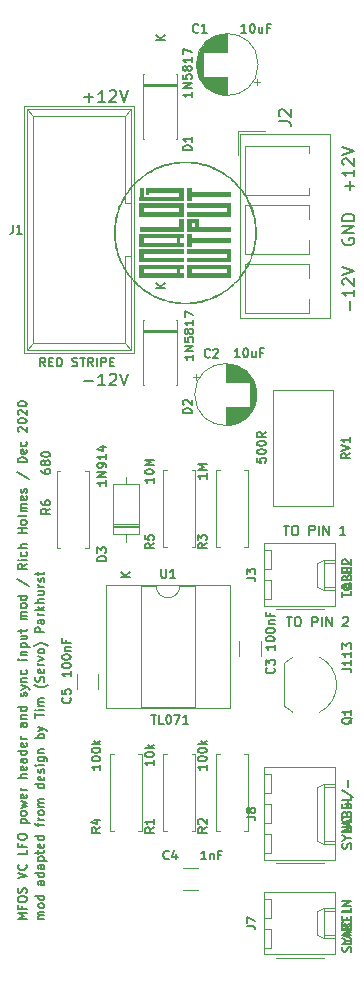
<source format=gbr>
%TF.GenerationSoftware,KiCad,Pcbnew,5.1.9-73d0e3b20d~88~ubuntu20.04.1*%
%TF.CreationDate,2021-01-04T22:29:04-05:00*%
%TF.ProjectId,MFOS_VCLFO_aux,4d464f53-5f56-4434-9c46-4f5f6175782e,rev?*%
%TF.SameCoordinates,Original*%
%TF.FileFunction,Legend,Top*%
%TF.FilePolarity,Positive*%
%FSLAX46Y46*%
G04 Gerber Fmt 4.6, Leading zero omitted, Abs format (unit mm)*
G04 Created by KiCad (PCBNEW 5.1.9-73d0e3b20d~88~ubuntu20.04.1) date 2021-01-04 22:29:04*
%MOMM*%
%LPD*%
G01*
G04 APERTURE LIST*
%ADD10C,0.150000*%
%ADD11C,0.120000*%
%ADD12C,0.010000*%
G04 APERTURE END LIST*
D10*
X99089285Y-134142857D02*
X98589285Y-134142857D01*
X98660714Y-134142857D02*
X98625000Y-134107142D01*
X98589285Y-134035714D01*
X98589285Y-133928571D01*
X98625000Y-133857142D01*
X98696428Y-133821428D01*
X99089285Y-133821428D01*
X98696428Y-133821428D02*
X98625000Y-133785714D01*
X98589285Y-133714285D01*
X98589285Y-133607142D01*
X98625000Y-133535714D01*
X98696428Y-133500000D01*
X99089285Y-133500000D01*
X99089285Y-133035714D02*
X99053571Y-133107142D01*
X99017857Y-133142857D01*
X98946428Y-133178571D01*
X98732142Y-133178571D01*
X98660714Y-133142857D01*
X98625000Y-133107142D01*
X98589285Y-133035714D01*
X98589285Y-132928571D01*
X98625000Y-132857142D01*
X98660714Y-132821428D01*
X98732142Y-132785714D01*
X98946428Y-132785714D01*
X99017857Y-132821428D01*
X99053571Y-132857142D01*
X99089285Y-132928571D01*
X99089285Y-133035714D01*
X99089285Y-132142857D02*
X98339285Y-132142857D01*
X99053571Y-132142857D02*
X99089285Y-132214285D01*
X99089285Y-132357142D01*
X99053571Y-132428571D01*
X99017857Y-132464285D01*
X98946428Y-132500000D01*
X98732142Y-132500000D01*
X98660714Y-132464285D01*
X98625000Y-132428571D01*
X98589285Y-132357142D01*
X98589285Y-132214285D01*
X98625000Y-132142857D01*
X99089285Y-130892857D02*
X98696428Y-130892857D01*
X98625000Y-130928571D01*
X98589285Y-131000000D01*
X98589285Y-131142857D01*
X98625000Y-131214285D01*
X99053571Y-130892857D02*
X99089285Y-130964285D01*
X99089285Y-131142857D01*
X99053571Y-131214285D01*
X98982142Y-131250000D01*
X98910714Y-131250000D01*
X98839285Y-131214285D01*
X98803571Y-131142857D01*
X98803571Y-130964285D01*
X98767857Y-130892857D01*
X99089285Y-130214285D02*
X98339285Y-130214285D01*
X99053571Y-130214285D02*
X99089285Y-130285714D01*
X99089285Y-130428571D01*
X99053571Y-130500000D01*
X99017857Y-130535714D01*
X98946428Y-130571428D01*
X98732142Y-130571428D01*
X98660714Y-130535714D01*
X98625000Y-130500000D01*
X98589285Y-130428571D01*
X98589285Y-130285714D01*
X98625000Y-130214285D01*
X99089285Y-129535714D02*
X98696428Y-129535714D01*
X98625000Y-129571428D01*
X98589285Y-129642857D01*
X98589285Y-129785714D01*
X98625000Y-129857142D01*
X99053571Y-129535714D02*
X99089285Y-129607142D01*
X99089285Y-129785714D01*
X99053571Y-129857142D01*
X98982142Y-129892857D01*
X98910714Y-129892857D01*
X98839285Y-129857142D01*
X98803571Y-129785714D01*
X98803571Y-129607142D01*
X98767857Y-129535714D01*
X98589285Y-129178571D02*
X99339285Y-129178571D01*
X98625000Y-129178571D02*
X98589285Y-129107142D01*
X98589285Y-128964285D01*
X98625000Y-128892857D01*
X98660714Y-128857142D01*
X98732142Y-128821428D01*
X98946428Y-128821428D01*
X99017857Y-128857142D01*
X99053571Y-128892857D01*
X99089285Y-128964285D01*
X99089285Y-129107142D01*
X99053571Y-129178571D01*
X98589285Y-128607142D02*
X98589285Y-128321428D01*
X98339285Y-128500000D02*
X98982142Y-128500000D01*
X99053571Y-128464285D01*
X99089285Y-128392857D01*
X99089285Y-128321428D01*
X99053571Y-127785714D02*
X99089285Y-127857142D01*
X99089285Y-128000000D01*
X99053571Y-128071428D01*
X98982142Y-128107142D01*
X98696428Y-128107142D01*
X98625000Y-128071428D01*
X98589285Y-128000000D01*
X98589285Y-127857142D01*
X98625000Y-127785714D01*
X98696428Y-127750000D01*
X98767857Y-127750000D01*
X98839285Y-128107142D01*
X99089285Y-127107142D02*
X98339285Y-127107142D01*
X99053571Y-127107142D02*
X99089285Y-127178571D01*
X99089285Y-127321428D01*
X99053571Y-127392857D01*
X99017857Y-127428571D01*
X98946428Y-127464285D01*
X98732142Y-127464285D01*
X98660714Y-127428571D01*
X98625000Y-127392857D01*
X98589285Y-127321428D01*
X98589285Y-127178571D01*
X98625000Y-127107142D01*
X98589285Y-126285714D02*
X98589285Y-126000000D01*
X99089285Y-126178571D02*
X98446428Y-126178571D01*
X98375000Y-126142857D01*
X98339285Y-126071428D01*
X98339285Y-126000000D01*
X99089285Y-125750000D02*
X98589285Y-125750000D01*
X98732142Y-125750000D02*
X98660714Y-125714285D01*
X98625000Y-125678571D01*
X98589285Y-125607142D01*
X98589285Y-125535714D01*
X99089285Y-125178571D02*
X99053571Y-125250000D01*
X99017857Y-125285714D01*
X98946428Y-125321428D01*
X98732142Y-125321428D01*
X98660714Y-125285714D01*
X98625000Y-125250000D01*
X98589285Y-125178571D01*
X98589285Y-125071428D01*
X98625000Y-125000000D01*
X98660714Y-124964285D01*
X98732142Y-124928571D01*
X98946428Y-124928571D01*
X99017857Y-124964285D01*
X99053571Y-125000000D01*
X99089285Y-125071428D01*
X99089285Y-125178571D01*
X99089285Y-124607142D02*
X98589285Y-124607142D01*
X98660714Y-124607142D02*
X98625000Y-124571428D01*
X98589285Y-124500000D01*
X98589285Y-124392857D01*
X98625000Y-124321428D01*
X98696428Y-124285714D01*
X99089285Y-124285714D01*
X98696428Y-124285714D02*
X98625000Y-124250000D01*
X98589285Y-124178571D01*
X98589285Y-124071428D01*
X98625000Y-124000000D01*
X98696428Y-123964285D01*
X99089285Y-123964285D01*
X99089285Y-122714285D02*
X98339285Y-122714285D01*
X99053571Y-122714285D02*
X99089285Y-122785714D01*
X99089285Y-122928571D01*
X99053571Y-123000000D01*
X99017857Y-123035714D01*
X98946428Y-123071428D01*
X98732142Y-123071428D01*
X98660714Y-123035714D01*
X98625000Y-123000000D01*
X98589285Y-122928571D01*
X98589285Y-122785714D01*
X98625000Y-122714285D01*
X99053571Y-122071428D02*
X99089285Y-122142857D01*
X99089285Y-122285714D01*
X99053571Y-122357142D01*
X98982142Y-122392857D01*
X98696428Y-122392857D01*
X98625000Y-122357142D01*
X98589285Y-122285714D01*
X98589285Y-122142857D01*
X98625000Y-122071428D01*
X98696428Y-122035714D01*
X98767857Y-122035714D01*
X98839285Y-122392857D01*
X99053571Y-121750000D02*
X99089285Y-121678571D01*
X99089285Y-121535714D01*
X99053571Y-121464285D01*
X98982142Y-121428571D01*
X98946428Y-121428571D01*
X98875000Y-121464285D01*
X98839285Y-121535714D01*
X98839285Y-121642857D01*
X98803571Y-121714285D01*
X98732142Y-121750000D01*
X98696428Y-121750000D01*
X98625000Y-121714285D01*
X98589285Y-121642857D01*
X98589285Y-121535714D01*
X98625000Y-121464285D01*
X99089285Y-121107142D02*
X98589285Y-121107142D01*
X98339285Y-121107142D02*
X98375000Y-121142857D01*
X98410714Y-121107142D01*
X98375000Y-121071428D01*
X98339285Y-121107142D01*
X98410714Y-121107142D01*
X98589285Y-120428571D02*
X99196428Y-120428571D01*
X99267857Y-120464285D01*
X99303571Y-120500000D01*
X99339285Y-120571428D01*
X99339285Y-120678571D01*
X99303571Y-120750000D01*
X99053571Y-120428571D02*
X99089285Y-120500000D01*
X99089285Y-120642857D01*
X99053571Y-120714285D01*
X99017857Y-120750000D01*
X98946428Y-120785714D01*
X98732142Y-120785714D01*
X98660714Y-120750000D01*
X98625000Y-120714285D01*
X98589285Y-120642857D01*
X98589285Y-120500000D01*
X98625000Y-120428571D01*
X98589285Y-120071428D02*
X99089285Y-120071428D01*
X98660714Y-120071428D02*
X98625000Y-120035714D01*
X98589285Y-119964285D01*
X98589285Y-119857142D01*
X98625000Y-119785714D01*
X98696428Y-119750000D01*
X99089285Y-119750000D01*
X99089285Y-118821428D02*
X98339285Y-118821428D01*
X98625000Y-118821428D02*
X98589285Y-118750000D01*
X98589285Y-118607142D01*
X98625000Y-118535714D01*
X98660714Y-118500000D01*
X98732142Y-118464285D01*
X98946428Y-118464285D01*
X99017857Y-118500000D01*
X99053571Y-118535714D01*
X99089285Y-118607142D01*
X99089285Y-118750000D01*
X99053571Y-118821428D01*
X98589285Y-118214285D02*
X99089285Y-118035714D01*
X98589285Y-117857142D02*
X99089285Y-118035714D01*
X99267857Y-118107142D01*
X99303571Y-118142857D01*
X99339285Y-118214285D01*
X98339285Y-117107142D02*
X98339285Y-116678571D01*
X99089285Y-116892857D02*
X98339285Y-116892857D01*
X99089285Y-116428571D02*
X98589285Y-116428571D01*
X98339285Y-116428571D02*
X98375000Y-116464285D01*
X98410714Y-116428571D01*
X98375000Y-116392857D01*
X98339285Y-116428571D01*
X98410714Y-116428571D01*
X99089285Y-116071428D02*
X98589285Y-116071428D01*
X98660714Y-116071428D02*
X98625000Y-116035714D01*
X98589285Y-115964285D01*
X98589285Y-115857142D01*
X98625000Y-115785714D01*
X98696428Y-115750000D01*
X99089285Y-115750000D01*
X98696428Y-115750000D02*
X98625000Y-115714285D01*
X98589285Y-115642857D01*
X98589285Y-115535714D01*
X98625000Y-115464285D01*
X98696428Y-115428571D01*
X99089285Y-115428571D01*
X99375000Y-114285714D02*
X99339285Y-114321428D01*
X99232142Y-114392857D01*
X99160714Y-114428571D01*
X99053571Y-114464285D01*
X98875000Y-114500000D01*
X98732142Y-114500000D01*
X98553571Y-114464285D01*
X98446428Y-114428571D01*
X98375000Y-114392857D01*
X98267857Y-114321428D01*
X98232142Y-114285714D01*
X99053571Y-114035714D02*
X99089285Y-113928571D01*
X99089285Y-113750000D01*
X99053571Y-113678571D01*
X99017857Y-113642857D01*
X98946428Y-113607142D01*
X98875000Y-113607142D01*
X98803571Y-113642857D01*
X98767857Y-113678571D01*
X98732142Y-113750000D01*
X98696428Y-113892857D01*
X98660714Y-113964285D01*
X98625000Y-114000000D01*
X98553571Y-114035714D01*
X98482142Y-114035714D01*
X98410714Y-114000000D01*
X98375000Y-113964285D01*
X98339285Y-113892857D01*
X98339285Y-113714285D01*
X98375000Y-113607142D01*
X99053571Y-113000000D02*
X99089285Y-113071428D01*
X99089285Y-113214285D01*
X99053571Y-113285714D01*
X98982142Y-113321428D01*
X98696428Y-113321428D01*
X98625000Y-113285714D01*
X98589285Y-113214285D01*
X98589285Y-113071428D01*
X98625000Y-113000000D01*
X98696428Y-112964285D01*
X98767857Y-112964285D01*
X98839285Y-113321428D01*
X99089285Y-112642857D02*
X98589285Y-112642857D01*
X98732142Y-112642857D02*
X98660714Y-112607142D01*
X98625000Y-112571428D01*
X98589285Y-112500000D01*
X98589285Y-112428571D01*
X98589285Y-112250000D02*
X99089285Y-112071428D01*
X98589285Y-111892857D01*
X99089285Y-111500000D02*
X99053571Y-111571428D01*
X99017857Y-111607142D01*
X98946428Y-111642857D01*
X98732142Y-111642857D01*
X98660714Y-111607142D01*
X98625000Y-111571428D01*
X98589285Y-111500000D01*
X98589285Y-111392857D01*
X98625000Y-111321428D01*
X98660714Y-111285714D01*
X98732142Y-111250000D01*
X98946428Y-111250000D01*
X99017857Y-111285714D01*
X99053571Y-111321428D01*
X99089285Y-111392857D01*
X99089285Y-111500000D01*
X99375000Y-111000000D02*
X99339285Y-110964285D01*
X99232142Y-110892857D01*
X99160714Y-110857142D01*
X99053571Y-110821428D01*
X98875000Y-110785714D01*
X98732142Y-110785714D01*
X98553571Y-110821428D01*
X98446428Y-110857142D01*
X98375000Y-110892857D01*
X98267857Y-110964285D01*
X98232142Y-111000000D01*
X99089285Y-109857142D02*
X98339285Y-109857142D01*
X98339285Y-109571428D01*
X98375000Y-109500000D01*
X98410714Y-109464285D01*
X98482142Y-109428571D01*
X98589285Y-109428571D01*
X98660714Y-109464285D01*
X98696428Y-109500000D01*
X98732142Y-109571428D01*
X98732142Y-109857142D01*
X99089285Y-108785714D02*
X98696428Y-108785714D01*
X98625000Y-108821428D01*
X98589285Y-108892857D01*
X98589285Y-109035714D01*
X98625000Y-109107142D01*
X99053571Y-108785714D02*
X99089285Y-108857142D01*
X99089285Y-109035714D01*
X99053571Y-109107142D01*
X98982142Y-109142857D01*
X98910714Y-109142857D01*
X98839285Y-109107142D01*
X98803571Y-109035714D01*
X98803571Y-108857142D01*
X98767857Y-108785714D01*
X99089285Y-108428571D02*
X98589285Y-108428571D01*
X98732142Y-108428571D02*
X98660714Y-108392857D01*
X98625000Y-108357142D01*
X98589285Y-108285714D01*
X98589285Y-108214285D01*
X99089285Y-107964285D02*
X98339285Y-107964285D01*
X98803571Y-107892857D02*
X99089285Y-107678571D01*
X98589285Y-107678571D02*
X98875000Y-107964285D01*
X99089285Y-107357142D02*
X98339285Y-107357142D01*
X99089285Y-107035714D02*
X98696428Y-107035714D01*
X98625000Y-107071428D01*
X98589285Y-107142857D01*
X98589285Y-107250000D01*
X98625000Y-107321428D01*
X98660714Y-107357142D01*
X98589285Y-106357142D02*
X99089285Y-106357142D01*
X98589285Y-106678571D02*
X98982142Y-106678571D01*
X99053571Y-106642857D01*
X99089285Y-106571428D01*
X99089285Y-106464285D01*
X99053571Y-106392857D01*
X99017857Y-106357142D01*
X99089285Y-106000000D02*
X98589285Y-106000000D01*
X98732142Y-106000000D02*
X98660714Y-105964285D01*
X98625000Y-105928571D01*
X98589285Y-105857142D01*
X98589285Y-105785714D01*
X99053571Y-105571428D02*
X99089285Y-105500000D01*
X99089285Y-105357142D01*
X99053571Y-105285714D01*
X98982142Y-105250000D01*
X98946428Y-105250000D01*
X98875000Y-105285714D01*
X98839285Y-105357142D01*
X98839285Y-105464285D01*
X98803571Y-105535714D01*
X98732142Y-105571428D01*
X98696428Y-105571428D01*
X98625000Y-105535714D01*
X98589285Y-105464285D01*
X98589285Y-105357142D01*
X98625000Y-105285714D01*
X98589285Y-105035714D02*
X98589285Y-104750000D01*
X98339285Y-104928571D02*
X98982142Y-104928571D01*
X99053571Y-104892857D01*
X99089285Y-104821428D01*
X99089285Y-104750000D01*
X97589285Y-134160714D02*
X96839285Y-134160714D01*
X97375000Y-133910714D01*
X96839285Y-133660714D01*
X97589285Y-133660714D01*
X97196428Y-133053571D02*
X97196428Y-133303571D01*
X97589285Y-133303571D02*
X96839285Y-133303571D01*
X96839285Y-132946428D01*
X96839285Y-132517857D02*
X96839285Y-132374999D01*
X96875000Y-132303571D01*
X96946428Y-132232142D01*
X97089285Y-132196428D01*
X97339285Y-132196428D01*
X97482142Y-132232142D01*
X97553571Y-132303571D01*
X97589285Y-132374999D01*
X97589285Y-132517857D01*
X97553571Y-132589285D01*
X97482142Y-132660714D01*
X97339285Y-132696428D01*
X97089285Y-132696428D01*
X96946428Y-132660714D01*
X96875000Y-132589285D01*
X96839285Y-132517857D01*
X97553571Y-131910714D02*
X97589285Y-131803571D01*
X97589285Y-131624999D01*
X97553571Y-131553571D01*
X97517857Y-131517857D01*
X97446428Y-131482142D01*
X97375000Y-131482142D01*
X97303571Y-131517857D01*
X97267857Y-131553571D01*
X97232142Y-131624999D01*
X97196428Y-131767857D01*
X97160714Y-131839285D01*
X97125000Y-131874999D01*
X97053571Y-131910714D01*
X96982142Y-131910714D01*
X96910714Y-131874999D01*
X96875000Y-131839285D01*
X96839285Y-131767857D01*
X96839285Y-131589285D01*
X96875000Y-131482142D01*
X96839285Y-130696428D02*
X97589285Y-130446428D01*
X96839285Y-130196428D01*
X97517857Y-129517857D02*
X97553571Y-129553571D01*
X97589285Y-129660714D01*
X97589285Y-129732142D01*
X97553571Y-129839285D01*
X97482142Y-129910714D01*
X97410714Y-129946428D01*
X97267857Y-129982142D01*
X97160714Y-129982142D01*
X97017857Y-129946428D01*
X96946428Y-129910714D01*
X96875000Y-129839285D01*
X96839285Y-129732142D01*
X96839285Y-129660714D01*
X96875000Y-129553571D01*
X96910714Y-129517857D01*
X97589285Y-128267857D02*
X97589285Y-128624999D01*
X96839285Y-128624999D01*
X97196428Y-127767857D02*
X97196428Y-128017857D01*
X97589285Y-128017857D02*
X96839285Y-128017857D01*
X96839285Y-127660714D01*
X96839285Y-127232142D02*
X96839285Y-127089285D01*
X96875000Y-127017857D01*
X96946428Y-126946428D01*
X97089285Y-126910714D01*
X97339285Y-126910714D01*
X97482142Y-126946428D01*
X97553571Y-127017857D01*
X97589285Y-127089285D01*
X97589285Y-127232142D01*
X97553571Y-127303571D01*
X97482142Y-127374999D01*
X97339285Y-127410714D01*
X97089285Y-127410714D01*
X96946428Y-127374999D01*
X96875000Y-127303571D01*
X96839285Y-127232142D01*
X97089285Y-126017857D02*
X97839285Y-126017857D01*
X97125000Y-126017857D02*
X97089285Y-125946428D01*
X97089285Y-125803571D01*
X97125000Y-125732142D01*
X97160714Y-125696428D01*
X97232142Y-125660714D01*
X97446428Y-125660714D01*
X97517857Y-125696428D01*
X97553571Y-125732142D01*
X97589285Y-125803571D01*
X97589285Y-125946428D01*
X97553571Y-126017857D01*
X97589285Y-125232142D02*
X97553571Y-125303571D01*
X97517857Y-125339285D01*
X97446428Y-125374999D01*
X97232142Y-125374999D01*
X97160714Y-125339285D01*
X97125000Y-125303571D01*
X97089285Y-125232142D01*
X97089285Y-125124999D01*
X97125000Y-125053571D01*
X97160714Y-125017857D01*
X97232142Y-124982142D01*
X97446428Y-124982142D01*
X97517857Y-125017857D01*
X97553571Y-125053571D01*
X97589285Y-125124999D01*
X97589285Y-125232142D01*
X97089285Y-124732142D02*
X97589285Y-124589285D01*
X97232142Y-124446428D01*
X97589285Y-124303571D01*
X97089285Y-124160714D01*
X97553571Y-123589285D02*
X97589285Y-123660714D01*
X97589285Y-123803571D01*
X97553571Y-123874999D01*
X97482142Y-123910714D01*
X97196428Y-123910714D01*
X97125000Y-123874999D01*
X97089285Y-123803571D01*
X97089285Y-123660714D01*
X97125000Y-123589285D01*
X97196428Y-123553571D01*
X97267857Y-123553571D01*
X97339285Y-123910714D01*
X97589285Y-123232142D02*
X97089285Y-123232142D01*
X97232142Y-123232142D02*
X97160714Y-123196428D01*
X97125000Y-123160714D01*
X97089285Y-123089285D01*
X97089285Y-123017857D01*
X97589285Y-122196428D02*
X96839285Y-122196428D01*
X97589285Y-121874999D02*
X97196428Y-121874999D01*
X97125000Y-121910714D01*
X97089285Y-121982142D01*
X97089285Y-122089285D01*
X97125000Y-122160714D01*
X97160714Y-122196428D01*
X97553571Y-121232142D02*
X97589285Y-121303571D01*
X97589285Y-121446428D01*
X97553571Y-121517857D01*
X97482142Y-121553571D01*
X97196428Y-121553571D01*
X97125000Y-121517857D01*
X97089285Y-121446428D01*
X97089285Y-121303571D01*
X97125000Y-121232142D01*
X97196428Y-121196428D01*
X97267857Y-121196428D01*
X97339285Y-121553571D01*
X97589285Y-120553571D02*
X97196428Y-120553571D01*
X97125000Y-120589285D01*
X97089285Y-120660714D01*
X97089285Y-120803571D01*
X97125000Y-120874999D01*
X97553571Y-120553571D02*
X97589285Y-120624999D01*
X97589285Y-120803571D01*
X97553571Y-120874999D01*
X97482142Y-120910714D01*
X97410714Y-120910714D01*
X97339285Y-120874999D01*
X97303571Y-120803571D01*
X97303571Y-120624999D01*
X97267857Y-120553571D01*
X97589285Y-119874999D02*
X96839285Y-119874999D01*
X97553571Y-119874999D02*
X97589285Y-119946428D01*
X97589285Y-120089285D01*
X97553571Y-120160714D01*
X97517857Y-120196428D01*
X97446428Y-120232142D01*
X97232142Y-120232142D01*
X97160714Y-120196428D01*
X97125000Y-120160714D01*
X97089285Y-120089285D01*
X97089285Y-119946428D01*
X97125000Y-119874999D01*
X97553571Y-119232142D02*
X97589285Y-119303571D01*
X97589285Y-119446428D01*
X97553571Y-119517857D01*
X97482142Y-119553571D01*
X97196428Y-119553571D01*
X97125000Y-119517857D01*
X97089285Y-119446428D01*
X97089285Y-119303571D01*
X97125000Y-119232142D01*
X97196428Y-119196428D01*
X97267857Y-119196428D01*
X97339285Y-119553571D01*
X97589285Y-118874999D02*
X97089285Y-118874999D01*
X97232142Y-118874999D02*
X97160714Y-118839285D01*
X97125000Y-118803571D01*
X97089285Y-118732142D01*
X97089285Y-118660714D01*
X97589285Y-117517857D02*
X97196428Y-117517857D01*
X97125000Y-117553571D01*
X97089285Y-117624999D01*
X97089285Y-117767857D01*
X97125000Y-117839285D01*
X97553571Y-117517857D02*
X97589285Y-117589285D01*
X97589285Y-117767857D01*
X97553571Y-117839285D01*
X97482142Y-117874999D01*
X97410714Y-117874999D01*
X97339285Y-117839285D01*
X97303571Y-117767857D01*
X97303571Y-117589285D01*
X97267857Y-117517857D01*
X97089285Y-117160714D02*
X97589285Y-117160714D01*
X97160714Y-117160714D02*
X97125000Y-117124999D01*
X97089285Y-117053571D01*
X97089285Y-116946428D01*
X97125000Y-116874999D01*
X97196428Y-116839285D01*
X97589285Y-116839285D01*
X97589285Y-116160714D02*
X96839285Y-116160714D01*
X97553571Y-116160714D02*
X97589285Y-116232142D01*
X97589285Y-116374999D01*
X97553571Y-116446428D01*
X97517857Y-116482142D01*
X97446428Y-116517857D01*
X97232142Y-116517857D01*
X97160714Y-116482142D01*
X97125000Y-116446428D01*
X97089285Y-116374999D01*
X97089285Y-116232142D01*
X97125000Y-116160714D01*
X97553571Y-115267857D02*
X97589285Y-115196428D01*
X97589285Y-115053571D01*
X97553571Y-114982142D01*
X97482142Y-114946428D01*
X97446428Y-114946428D01*
X97375000Y-114982142D01*
X97339285Y-115053571D01*
X97339285Y-115160714D01*
X97303571Y-115232142D01*
X97232142Y-115267857D01*
X97196428Y-115267857D01*
X97125000Y-115232142D01*
X97089285Y-115160714D01*
X97089285Y-115053571D01*
X97125000Y-114982142D01*
X97089285Y-114696428D02*
X97589285Y-114517857D01*
X97089285Y-114339285D02*
X97589285Y-114517857D01*
X97767857Y-114589285D01*
X97803571Y-114624999D01*
X97839285Y-114696428D01*
X97089285Y-114053571D02*
X97589285Y-114053571D01*
X97160714Y-114053571D02*
X97125000Y-114017857D01*
X97089285Y-113946428D01*
X97089285Y-113839285D01*
X97125000Y-113767857D01*
X97196428Y-113732142D01*
X97589285Y-113732142D01*
X97553571Y-113053571D02*
X97589285Y-113124999D01*
X97589285Y-113267857D01*
X97553571Y-113339285D01*
X97517857Y-113374999D01*
X97446428Y-113410714D01*
X97232142Y-113410714D01*
X97160714Y-113374999D01*
X97125000Y-113339285D01*
X97089285Y-113267857D01*
X97089285Y-113124999D01*
X97125000Y-113053571D01*
X97589285Y-112160714D02*
X97089285Y-112160714D01*
X96839285Y-112160714D02*
X96875000Y-112196428D01*
X96910714Y-112160714D01*
X96875000Y-112124999D01*
X96839285Y-112160714D01*
X96910714Y-112160714D01*
X97089285Y-111803571D02*
X97589285Y-111803571D01*
X97160714Y-111803571D02*
X97125000Y-111767857D01*
X97089285Y-111696428D01*
X97089285Y-111589285D01*
X97125000Y-111517857D01*
X97196428Y-111482142D01*
X97589285Y-111482142D01*
X97089285Y-111124999D02*
X97839285Y-111124999D01*
X97125000Y-111124999D02*
X97089285Y-111053571D01*
X97089285Y-110910714D01*
X97125000Y-110839285D01*
X97160714Y-110803571D01*
X97232142Y-110767857D01*
X97446428Y-110767857D01*
X97517857Y-110803571D01*
X97553571Y-110839285D01*
X97589285Y-110910714D01*
X97589285Y-111053571D01*
X97553571Y-111124999D01*
X97089285Y-110124999D02*
X97589285Y-110124999D01*
X97089285Y-110446428D02*
X97482142Y-110446428D01*
X97553571Y-110410714D01*
X97589285Y-110339285D01*
X97589285Y-110232142D01*
X97553571Y-110160714D01*
X97517857Y-110124999D01*
X97089285Y-109874999D02*
X97089285Y-109589285D01*
X96839285Y-109767857D02*
X97482142Y-109767857D01*
X97553571Y-109732142D01*
X97589285Y-109660714D01*
X97589285Y-109589285D01*
X97589285Y-108767857D02*
X97089285Y-108767857D01*
X97160714Y-108767857D02*
X97125000Y-108732142D01*
X97089285Y-108660714D01*
X97089285Y-108553571D01*
X97125000Y-108482142D01*
X97196428Y-108446428D01*
X97589285Y-108446428D01*
X97196428Y-108446428D02*
X97125000Y-108410714D01*
X97089285Y-108339285D01*
X97089285Y-108232142D01*
X97125000Y-108160714D01*
X97196428Y-108124999D01*
X97589285Y-108124999D01*
X97589285Y-107660714D02*
X97553571Y-107732142D01*
X97517857Y-107767857D01*
X97446428Y-107803571D01*
X97232142Y-107803571D01*
X97160714Y-107767857D01*
X97125000Y-107732142D01*
X97089285Y-107660714D01*
X97089285Y-107553571D01*
X97125000Y-107482142D01*
X97160714Y-107446428D01*
X97232142Y-107410714D01*
X97446428Y-107410714D01*
X97517857Y-107446428D01*
X97553571Y-107482142D01*
X97589285Y-107553571D01*
X97589285Y-107660714D01*
X97589285Y-106767857D02*
X96839285Y-106767857D01*
X97553571Y-106767857D02*
X97589285Y-106839285D01*
X97589285Y-106982142D01*
X97553571Y-107053571D01*
X97517857Y-107089285D01*
X97446428Y-107124999D01*
X97232142Y-107124999D01*
X97160714Y-107089285D01*
X97125000Y-107053571D01*
X97089285Y-106982142D01*
X97089285Y-106839285D01*
X97125000Y-106767857D01*
X96803571Y-105303571D02*
X97767857Y-105946428D01*
X97589285Y-104053571D02*
X97232142Y-104303571D01*
X97589285Y-104482142D02*
X96839285Y-104482142D01*
X96839285Y-104196428D01*
X96875000Y-104124999D01*
X96910714Y-104089285D01*
X96982142Y-104053571D01*
X97089285Y-104053571D01*
X97160714Y-104089285D01*
X97196428Y-104124999D01*
X97232142Y-104196428D01*
X97232142Y-104482142D01*
X97589285Y-103732142D02*
X97089285Y-103732142D01*
X96839285Y-103732142D02*
X96875000Y-103767857D01*
X96910714Y-103732142D01*
X96875000Y-103696428D01*
X96839285Y-103732142D01*
X96910714Y-103732142D01*
X97553571Y-103053571D02*
X97589285Y-103124999D01*
X97589285Y-103267857D01*
X97553571Y-103339285D01*
X97517857Y-103374999D01*
X97446428Y-103410714D01*
X97232142Y-103410714D01*
X97160714Y-103374999D01*
X97125000Y-103339285D01*
X97089285Y-103267857D01*
X97089285Y-103124999D01*
X97125000Y-103053571D01*
X97589285Y-102732142D02*
X96839285Y-102732142D01*
X97589285Y-102410714D02*
X97196428Y-102410714D01*
X97125000Y-102446428D01*
X97089285Y-102517857D01*
X97089285Y-102624999D01*
X97125000Y-102696428D01*
X97160714Y-102732142D01*
X97589285Y-101482142D02*
X96839285Y-101482142D01*
X97196428Y-101482142D02*
X97196428Y-101053571D01*
X97589285Y-101053571D02*
X96839285Y-101053571D01*
X97589285Y-100589285D02*
X97553571Y-100660714D01*
X97517857Y-100696428D01*
X97446428Y-100732142D01*
X97232142Y-100732142D01*
X97160714Y-100696428D01*
X97125000Y-100660714D01*
X97089285Y-100589285D01*
X97089285Y-100482142D01*
X97125000Y-100410714D01*
X97160714Y-100374999D01*
X97232142Y-100339285D01*
X97446428Y-100339285D01*
X97517857Y-100374999D01*
X97553571Y-100410714D01*
X97589285Y-100482142D01*
X97589285Y-100589285D01*
X97589285Y-99910714D02*
X97553571Y-99982142D01*
X97482142Y-100017857D01*
X96839285Y-100017857D01*
X97589285Y-99624999D02*
X97089285Y-99624999D01*
X97160714Y-99624999D02*
X97125000Y-99589285D01*
X97089285Y-99517857D01*
X97089285Y-99410714D01*
X97125000Y-99339285D01*
X97196428Y-99303571D01*
X97589285Y-99303571D01*
X97196428Y-99303571D02*
X97125000Y-99267857D01*
X97089285Y-99196428D01*
X97089285Y-99089285D01*
X97125000Y-99017857D01*
X97196428Y-98982142D01*
X97589285Y-98982142D01*
X97553571Y-98339285D02*
X97589285Y-98410714D01*
X97589285Y-98553571D01*
X97553571Y-98624999D01*
X97482142Y-98660714D01*
X97196428Y-98660714D01*
X97125000Y-98624999D01*
X97089285Y-98553571D01*
X97089285Y-98410714D01*
X97125000Y-98339285D01*
X97196428Y-98303571D01*
X97267857Y-98303571D01*
X97339285Y-98660714D01*
X97553571Y-98017857D02*
X97589285Y-97946428D01*
X97589285Y-97803571D01*
X97553571Y-97732142D01*
X97482142Y-97696428D01*
X97446428Y-97696428D01*
X97375000Y-97732142D01*
X97339285Y-97803571D01*
X97339285Y-97910714D01*
X97303571Y-97982142D01*
X97232142Y-98017857D01*
X97196428Y-98017857D01*
X97125000Y-97982142D01*
X97089285Y-97910714D01*
X97089285Y-97803571D01*
X97125000Y-97732142D01*
X96803571Y-96267857D02*
X97767857Y-96910714D01*
X97589285Y-95446428D02*
X96839285Y-95446428D01*
X96839285Y-95267857D01*
X96875000Y-95160714D01*
X96946428Y-95089285D01*
X97017857Y-95053571D01*
X97160714Y-95017857D01*
X97267857Y-95017857D01*
X97410714Y-95053571D01*
X97482142Y-95089285D01*
X97553571Y-95160714D01*
X97589285Y-95267857D01*
X97589285Y-95446428D01*
X97553571Y-94410714D02*
X97589285Y-94482142D01*
X97589285Y-94624999D01*
X97553571Y-94696428D01*
X97482142Y-94732142D01*
X97196428Y-94732142D01*
X97125000Y-94696428D01*
X97089285Y-94624999D01*
X97089285Y-94482142D01*
X97125000Y-94410714D01*
X97196428Y-94374999D01*
X97267857Y-94374999D01*
X97339285Y-94732142D01*
X97553571Y-93732142D02*
X97589285Y-93803571D01*
X97589285Y-93946428D01*
X97553571Y-94017857D01*
X97517857Y-94053571D01*
X97446428Y-94089285D01*
X97232142Y-94089285D01*
X97160714Y-94053571D01*
X97125000Y-94017857D01*
X97089285Y-93946428D01*
X97089285Y-93803571D01*
X97125000Y-93732142D01*
X96910714Y-92874999D02*
X96875000Y-92839285D01*
X96839285Y-92767857D01*
X96839285Y-92589285D01*
X96875000Y-92517857D01*
X96910714Y-92482142D01*
X96982142Y-92446428D01*
X97053571Y-92446428D01*
X97160714Y-92482142D01*
X97589285Y-92910714D01*
X97589285Y-92446428D01*
X96839285Y-91982142D02*
X96839285Y-91910714D01*
X96875000Y-91839285D01*
X96910714Y-91803571D01*
X96982142Y-91767857D01*
X97125000Y-91732142D01*
X97303571Y-91732142D01*
X97446428Y-91767857D01*
X97517857Y-91803571D01*
X97553571Y-91839285D01*
X97589285Y-91910714D01*
X97589285Y-91982142D01*
X97553571Y-92053571D01*
X97517857Y-92089285D01*
X97446428Y-92124999D01*
X97303571Y-92160714D01*
X97125000Y-92160714D01*
X96982142Y-92124999D01*
X96910714Y-92089285D01*
X96875000Y-92053571D01*
X96839285Y-91982142D01*
X96910714Y-91446428D02*
X96875000Y-91410714D01*
X96839285Y-91339285D01*
X96839285Y-91160714D01*
X96875000Y-91089285D01*
X96910714Y-91053571D01*
X96982142Y-91017857D01*
X97053571Y-91017857D01*
X97160714Y-91053571D01*
X97589285Y-91482142D01*
X97589285Y-91017857D01*
X96839285Y-90553571D02*
X96839285Y-90482142D01*
X96875000Y-90410714D01*
X96910714Y-90374999D01*
X96982142Y-90339285D01*
X97125000Y-90303571D01*
X97303571Y-90303571D01*
X97446428Y-90339285D01*
X97517857Y-90374999D01*
X97553571Y-90410714D01*
X97589285Y-90482142D01*
X97589285Y-90553571D01*
X97553571Y-90624999D01*
X97517857Y-90660714D01*
X97446428Y-90696428D01*
X97303571Y-90732142D01*
X97125000Y-90732142D01*
X96982142Y-90696428D01*
X96910714Y-90660714D01*
X96875000Y-90624999D01*
X96839285Y-90553571D01*
X119352380Y-100811904D02*
X119809523Y-100811904D01*
X119580952Y-101611904D02*
X119580952Y-100811904D01*
X120228571Y-100811904D02*
X120380952Y-100811904D01*
X120457142Y-100850000D01*
X120533333Y-100926190D01*
X120571428Y-101078571D01*
X120571428Y-101345238D01*
X120533333Y-101497619D01*
X120457142Y-101573809D01*
X120380952Y-101611904D01*
X120228571Y-101611904D01*
X120152380Y-101573809D01*
X120076190Y-101497619D01*
X120038095Y-101345238D01*
X120038095Y-101078571D01*
X120076190Y-100926190D01*
X120152380Y-100850000D01*
X120228571Y-100811904D01*
X121523809Y-101611904D02*
X121523809Y-100811904D01*
X121828571Y-100811904D01*
X121904761Y-100850000D01*
X121942857Y-100888095D01*
X121980952Y-100964285D01*
X121980952Y-101078571D01*
X121942857Y-101154761D01*
X121904761Y-101192857D01*
X121828571Y-101230952D01*
X121523809Y-101230952D01*
X122323809Y-101611904D02*
X122323809Y-100811904D01*
X122704761Y-101611904D02*
X122704761Y-100811904D01*
X123161904Y-101611904D01*
X123161904Y-100811904D01*
X124571428Y-101611904D02*
X124114285Y-101611904D01*
X124342857Y-101611904D02*
X124342857Y-100811904D01*
X124266666Y-100926190D01*
X124190476Y-101002380D01*
X124114285Y-101040476D01*
X119602380Y-108561904D02*
X120059523Y-108561904D01*
X119830952Y-109361904D02*
X119830952Y-108561904D01*
X120478571Y-108561904D02*
X120630952Y-108561904D01*
X120707142Y-108600000D01*
X120783333Y-108676190D01*
X120821428Y-108828571D01*
X120821428Y-109095238D01*
X120783333Y-109247619D01*
X120707142Y-109323809D01*
X120630952Y-109361904D01*
X120478571Y-109361904D01*
X120402380Y-109323809D01*
X120326190Y-109247619D01*
X120288095Y-109095238D01*
X120288095Y-108828571D01*
X120326190Y-108676190D01*
X120402380Y-108600000D01*
X120478571Y-108561904D01*
X121773809Y-109361904D02*
X121773809Y-108561904D01*
X122078571Y-108561904D01*
X122154761Y-108600000D01*
X122192857Y-108638095D01*
X122230952Y-108714285D01*
X122230952Y-108828571D01*
X122192857Y-108904761D01*
X122154761Y-108942857D01*
X122078571Y-108980952D01*
X121773809Y-108980952D01*
X122573809Y-109361904D02*
X122573809Y-108561904D01*
X122954761Y-109361904D02*
X122954761Y-108561904D01*
X123411904Y-109361904D01*
X123411904Y-108561904D01*
X124364285Y-108638095D02*
X124402380Y-108600000D01*
X124478571Y-108561904D01*
X124669047Y-108561904D01*
X124745238Y-108600000D01*
X124783333Y-108638095D01*
X124821428Y-108714285D01*
X124821428Y-108790476D01*
X124783333Y-108904761D01*
X124326190Y-109361904D01*
X124821428Y-109361904D01*
X99188214Y-87339285D02*
X98938214Y-86982142D01*
X98759642Y-87339285D02*
X98759642Y-86589285D01*
X99045357Y-86589285D01*
X99116785Y-86625000D01*
X99152500Y-86660714D01*
X99188214Y-86732142D01*
X99188214Y-86839285D01*
X99152500Y-86910714D01*
X99116785Y-86946428D01*
X99045357Y-86982142D01*
X98759642Y-86982142D01*
X99509642Y-86946428D02*
X99759642Y-86946428D01*
X99866785Y-87339285D02*
X99509642Y-87339285D01*
X99509642Y-86589285D01*
X99866785Y-86589285D01*
X100188214Y-87339285D02*
X100188214Y-86589285D01*
X100366785Y-86589285D01*
X100473928Y-86625000D01*
X100545357Y-86696428D01*
X100581071Y-86767857D01*
X100616785Y-86910714D01*
X100616785Y-87017857D01*
X100581071Y-87160714D01*
X100545357Y-87232142D01*
X100473928Y-87303571D01*
X100366785Y-87339285D01*
X100188214Y-87339285D01*
X101473928Y-87303571D02*
X101581071Y-87339285D01*
X101759642Y-87339285D01*
X101831071Y-87303571D01*
X101866785Y-87267857D01*
X101902500Y-87196428D01*
X101902500Y-87125000D01*
X101866785Y-87053571D01*
X101831071Y-87017857D01*
X101759642Y-86982142D01*
X101616785Y-86946428D01*
X101545357Y-86910714D01*
X101509642Y-86875000D01*
X101473928Y-86803571D01*
X101473928Y-86732142D01*
X101509642Y-86660714D01*
X101545357Y-86625000D01*
X101616785Y-86589285D01*
X101795357Y-86589285D01*
X101902500Y-86625000D01*
X102116785Y-86589285D02*
X102545357Y-86589285D01*
X102331071Y-87339285D02*
X102331071Y-86589285D01*
X103223928Y-87339285D02*
X102973928Y-86982142D01*
X102795357Y-87339285D02*
X102795357Y-86589285D01*
X103081071Y-86589285D01*
X103152500Y-86625000D01*
X103188214Y-86660714D01*
X103223928Y-86732142D01*
X103223928Y-86839285D01*
X103188214Y-86910714D01*
X103152500Y-86946428D01*
X103081071Y-86982142D01*
X102795357Y-86982142D01*
X103545357Y-87339285D02*
X103545357Y-86589285D01*
X103902500Y-87339285D02*
X103902500Y-86589285D01*
X104188214Y-86589285D01*
X104259642Y-86625000D01*
X104295357Y-86660714D01*
X104331071Y-86732142D01*
X104331071Y-86839285D01*
X104295357Y-86910714D01*
X104259642Y-86946428D01*
X104188214Y-86982142D01*
X103902500Y-86982142D01*
X104652500Y-86946428D02*
X104902500Y-86946428D01*
X105009642Y-87339285D02*
X104652500Y-87339285D01*
X104652500Y-86589285D01*
X105009642Y-86589285D01*
X124380000Y-76511904D02*
X124332380Y-76607142D01*
X124332380Y-76750000D01*
X124380000Y-76892857D01*
X124475238Y-76988095D01*
X124570476Y-77035714D01*
X124760952Y-77083333D01*
X124903809Y-77083333D01*
X125094285Y-77035714D01*
X125189523Y-76988095D01*
X125284761Y-76892857D01*
X125332380Y-76750000D01*
X125332380Y-76654761D01*
X125284761Y-76511904D01*
X125237142Y-76464285D01*
X124903809Y-76464285D01*
X124903809Y-76654761D01*
X125332380Y-76035714D02*
X124332380Y-76035714D01*
X125332380Y-75464285D01*
X124332380Y-75464285D01*
X125332380Y-74988095D02*
X124332380Y-74988095D01*
X124332380Y-74750000D01*
X124380000Y-74607142D01*
X124475238Y-74511904D01*
X124570476Y-74464285D01*
X124760952Y-74416666D01*
X124903809Y-74416666D01*
X125094285Y-74464285D01*
X125189523Y-74511904D01*
X125284761Y-74607142D01*
X125332380Y-74750000D01*
X125332380Y-74988095D01*
X124951428Y-82591904D02*
X124951428Y-81830000D01*
X125332380Y-80830000D02*
X125332380Y-81401428D01*
X125332380Y-81115714D02*
X124332380Y-81115714D01*
X124475238Y-81210952D01*
X124570476Y-81306190D01*
X124618095Y-81401428D01*
X124427619Y-80449047D02*
X124380000Y-80401428D01*
X124332380Y-80306190D01*
X124332380Y-80068095D01*
X124380000Y-79972857D01*
X124427619Y-79925238D01*
X124522857Y-79877619D01*
X124618095Y-79877619D01*
X124760952Y-79925238D01*
X125332380Y-80496666D01*
X125332380Y-79877619D01*
X124332380Y-79591904D02*
X125332380Y-79258571D01*
X124332380Y-78925238D01*
X124951428Y-72431904D02*
X124951428Y-71670000D01*
X125332380Y-72050952D02*
X124570476Y-72050952D01*
X125332380Y-70670000D02*
X125332380Y-71241428D01*
X125332380Y-70955714D02*
X124332380Y-70955714D01*
X124475238Y-71050952D01*
X124570476Y-71146190D01*
X124618095Y-71241428D01*
X124427619Y-70289047D02*
X124380000Y-70241428D01*
X124332380Y-70146190D01*
X124332380Y-69908095D01*
X124380000Y-69812857D01*
X124427619Y-69765238D01*
X124522857Y-69717619D01*
X124618095Y-69717619D01*
X124760952Y-69765238D01*
X125332380Y-70336666D01*
X125332380Y-69717619D01*
X124332380Y-69431904D02*
X125332380Y-69098571D01*
X124332380Y-68765238D01*
D11*
%TO.C,R5*%
X111890000Y-96110000D02*
X111560000Y-96110000D01*
X111890000Y-102650000D02*
X111890000Y-96110000D01*
X111560000Y-102650000D02*
X111890000Y-102650000D01*
X109150000Y-96110000D02*
X109480000Y-96110000D01*
X109150000Y-102650000D02*
X109150000Y-96110000D01*
X109480000Y-102650000D02*
X109150000Y-102650000D01*
%TO.C,R6*%
X100130000Y-102710000D02*
X100460000Y-102710000D01*
X100130000Y-96170000D02*
X100130000Y-102710000D01*
X100460000Y-96170000D02*
X100130000Y-96170000D01*
X102870000Y-102710000D02*
X102540000Y-102710000D01*
X102870000Y-96170000D02*
X102870000Y-102710000D01*
X102540000Y-96170000D02*
X102870000Y-96170000D01*
%TO.C,RV1*%
X123530000Y-89365000D02*
X123530000Y-99135000D01*
X118460000Y-89365000D02*
X118460000Y-99135000D01*
X123530000Y-89365000D02*
X118460000Y-89365000D01*
X123530000Y-99135000D02*
X118460000Y-99135000D01*
%TO.C,U1*%
X110560000Y-105920000D02*
G75*
G02*
X108560000Y-105920000I-1000000J0D01*
G01*
X114810000Y-105860000D02*
X104310000Y-105860000D01*
X114810000Y-116260000D02*
X114810000Y-105860000D01*
X104310000Y-116260000D02*
X114810000Y-116260000D01*
X104310000Y-105860000D02*
X104310000Y-116260000D01*
X111810000Y-105920000D02*
X110560000Y-105920000D01*
X111810000Y-116200000D02*
X111810000Y-105920000D01*
X107310000Y-116200000D02*
X111810000Y-116200000D01*
X107310000Y-105920000D02*
X107310000Y-116200000D01*
X108560000Y-105920000D02*
X107310000Y-105920000D01*
%TO.C,C3*%
X115580000Y-111879000D02*
X115580000Y-110621000D01*
X117420000Y-111879000D02*
X117420000Y-110621000D01*
%TO.C,J1*%
X97345000Y-86180000D02*
X97345000Y-65320000D01*
X97345000Y-65320000D02*
X106695000Y-65320000D01*
X106695000Y-65320000D02*
X106695000Y-86180000D01*
X106695000Y-86180000D02*
X97345000Y-86180000D01*
X106440000Y-85930000D02*
X97590000Y-85930000D01*
X97590000Y-85930000D02*
X97590000Y-65580000D01*
X97590000Y-65580000D02*
X106440000Y-65580000D01*
X106440000Y-65580000D02*
X106440000Y-85930000D01*
X106440000Y-85930000D02*
X105890000Y-85380000D01*
X105890000Y-85380000D02*
X98140000Y-85380000D01*
X98140000Y-85380000D02*
X97590000Y-85930000D01*
X98140000Y-85380000D02*
X98140000Y-66130000D01*
X98140000Y-66130000D02*
X97590000Y-65580000D01*
X98140000Y-66130000D02*
X105890000Y-66130000D01*
X105890000Y-66130000D02*
X106390000Y-65630000D01*
X105890000Y-66130000D02*
X105890000Y-73480000D01*
X105890000Y-73500000D02*
X106400000Y-73500000D01*
X106390000Y-78000000D02*
X105910000Y-78000000D01*
X105890000Y-78000000D02*
X105890000Y-85380000D01*
%TO.C,Q1*%
X120127205Y-116614184D02*
G75*
G02*
X119400000Y-116090000I1122795J2324184D01*
G01*
X122348807Y-116646400D02*
G75*
G03*
X123850000Y-114290000I-1098807J2356400D01*
G01*
X122348807Y-111933600D02*
G75*
G02*
X123850000Y-114290000I-1098807J-2356400D01*
G01*
X120127205Y-111965816D02*
G75*
G03*
X119400000Y-112490000I1122795J-2324184D01*
G01*
X119400000Y-112490000D02*
X119400000Y-116090000D01*
%TO.C,C2*%
X117070000Y-89720000D02*
G75*
G03*
X117070000Y-89720000I-2620000J0D01*
G01*
X114450000Y-90760000D02*
X114450000Y-92300000D01*
X114450000Y-87140000D02*
X114450000Y-88680000D01*
X114490000Y-90760000D02*
X114490000Y-92300000D01*
X114490000Y-87140000D02*
X114490000Y-88680000D01*
X114530000Y-87141000D02*
X114530000Y-88680000D01*
X114530000Y-90760000D02*
X114530000Y-92299000D01*
X114570000Y-87142000D02*
X114570000Y-88680000D01*
X114570000Y-90760000D02*
X114570000Y-92298000D01*
X114610000Y-87144000D02*
X114610000Y-88680000D01*
X114610000Y-90760000D02*
X114610000Y-92296000D01*
X114650000Y-87147000D02*
X114650000Y-88680000D01*
X114650000Y-90760000D02*
X114650000Y-92293000D01*
X114690000Y-87151000D02*
X114690000Y-88680000D01*
X114690000Y-90760000D02*
X114690000Y-92289000D01*
X114730000Y-87155000D02*
X114730000Y-88680000D01*
X114730000Y-90760000D02*
X114730000Y-92285000D01*
X114770000Y-87159000D02*
X114770000Y-88680000D01*
X114770000Y-90760000D02*
X114770000Y-92281000D01*
X114810000Y-87164000D02*
X114810000Y-88680000D01*
X114810000Y-90760000D02*
X114810000Y-92276000D01*
X114850000Y-87170000D02*
X114850000Y-88680000D01*
X114850000Y-90760000D02*
X114850000Y-92270000D01*
X114890000Y-87177000D02*
X114890000Y-88680000D01*
X114890000Y-90760000D02*
X114890000Y-92263000D01*
X114930000Y-87184000D02*
X114930000Y-88680000D01*
X114930000Y-90760000D02*
X114930000Y-92256000D01*
X114970000Y-87192000D02*
X114970000Y-88680000D01*
X114970000Y-90760000D02*
X114970000Y-92248000D01*
X115010000Y-87200000D02*
X115010000Y-88680000D01*
X115010000Y-90760000D02*
X115010000Y-92240000D01*
X115050000Y-87209000D02*
X115050000Y-88680000D01*
X115050000Y-90760000D02*
X115050000Y-92231000D01*
X115090000Y-87219000D02*
X115090000Y-88680000D01*
X115090000Y-90760000D02*
X115090000Y-92221000D01*
X115130000Y-87229000D02*
X115130000Y-88680000D01*
X115130000Y-90760000D02*
X115130000Y-92211000D01*
X115171000Y-87240000D02*
X115171000Y-88680000D01*
X115171000Y-90760000D02*
X115171000Y-92200000D01*
X115211000Y-87252000D02*
X115211000Y-88680000D01*
X115211000Y-90760000D02*
X115211000Y-92188000D01*
X115251000Y-87265000D02*
X115251000Y-88680000D01*
X115251000Y-90760000D02*
X115251000Y-92175000D01*
X115291000Y-87278000D02*
X115291000Y-88680000D01*
X115291000Y-90760000D02*
X115291000Y-92162000D01*
X115331000Y-87292000D02*
X115331000Y-88680000D01*
X115331000Y-90760000D02*
X115331000Y-92148000D01*
X115371000Y-87306000D02*
X115371000Y-88680000D01*
X115371000Y-90760000D02*
X115371000Y-92134000D01*
X115411000Y-87322000D02*
X115411000Y-88680000D01*
X115411000Y-90760000D02*
X115411000Y-92118000D01*
X115451000Y-87338000D02*
X115451000Y-88680000D01*
X115451000Y-90760000D02*
X115451000Y-92102000D01*
X115491000Y-87355000D02*
X115491000Y-88680000D01*
X115491000Y-90760000D02*
X115491000Y-92085000D01*
X115531000Y-87372000D02*
X115531000Y-88680000D01*
X115531000Y-90760000D02*
X115531000Y-92068000D01*
X115571000Y-87391000D02*
X115571000Y-88680000D01*
X115571000Y-90760000D02*
X115571000Y-92049000D01*
X115611000Y-87410000D02*
X115611000Y-88680000D01*
X115611000Y-90760000D02*
X115611000Y-92030000D01*
X115651000Y-87430000D02*
X115651000Y-88680000D01*
X115651000Y-90760000D02*
X115651000Y-92010000D01*
X115691000Y-87452000D02*
X115691000Y-88680000D01*
X115691000Y-90760000D02*
X115691000Y-91988000D01*
X115731000Y-87473000D02*
X115731000Y-88680000D01*
X115731000Y-90760000D02*
X115731000Y-91967000D01*
X115771000Y-87496000D02*
X115771000Y-88680000D01*
X115771000Y-90760000D02*
X115771000Y-91944000D01*
X115811000Y-87520000D02*
X115811000Y-88680000D01*
X115811000Y-90760000D02*
X115811000Y-91920000D01*
X115851000Y-87545000D02*
X115851000Y-88680000D01*
X115851000Y-90760000D02*
X115851000Y-91895000D01*
X115891000Y-87571000D02*
X115891000Y-88680000D01*
X115891000Y-90760000D02*
X115891000Y-91869000D01*
X115931000Y-87598000D02*
X115931000Y-88680000D01*
X115931000Y-90760000D02*
X115931000Y-91842000D01*
X115971000Y-87625000D02*
X115971000Y-88680000D01*
X115971000Y-90760000D02*
X115971000Y-91815000D01*
X116011000Y-87655000D02*
X116011000Y-88680000D01*
X116011000Y-90760000D02*
X116011000Y-91785000D01*
X116051000Y-87685000D02*
X116051000Y-88680000D01*
X116051000Y-90760000D02*
X116051000Y-91755000D01*
X116091000Y-87716000D02*
X116091000Y-88680000D01*
X116091000Y-90760000D02*
X116091000Y-91724000D01*
X116131000Y-87749000D02*
X116131000Y-88680000D01*
X116131000Y-90760000D02*
X116131000Y-91691000D01*
X116171000Y-87783000D02*
X116171000Y-88680000D01*
X116171000Y-90760000D02*
X116171000Y-91657000D01*
X116211000Y-87819000D02*
X116211000Y-88680000D01*
X116211000Y-90760000D02*
X116211000Y-91621000D01*
X116251000Y-87856000D02*
X116251000Y-88680000D01*
X116251000Y-90760000D02*
X116251000Y-91584000D01*
X116291000Y-87894000D02*
X116291000Y-88680000D01*
X116291000Y-90760000D02*
X116291000Y-91546000D01*
X116331000Y-87935000D02*
X116331000Y-88680000D01*
X116331000Y-90760000D02*
X116331000Y-91505000D01*
X116371000Y-87977000D02*
X116371000Y-88680000D01*
X116371000Y-90760000D02*
X116371000Y-91463000D01*
X116411000Y-88021000D02*
X116411000Y-88680000D01*
X116411000Y-90760000D02*
X116411000Y-91419000D01*
X116451000Y-88067000D02*
X116451000Y-88680000D01*
X116451000Y-90760000D02*
X116451000Y-91373000D01*
X116491000Y-88115000D02*
X116491000Y-91325000D01*
X116531000Y-88166000D02*
X116531000Y-91274000D01*
X116571000Y-88220000D02*
X116571000Y-91220000D01*
X116611000Y-88277000D02*
X116611000Y-91163000D01*
X116651000Y-88337000D02*
X116651000Y-91103000D01*
X116691000Y-88401000D02*
X116691000Y-91039000D01*
X116731000Y-88469000D02*
X116731000Y-90971000D01*
X116771000Y-88542000D02*
X116771000Y-90898000D01*
X116811000Y-88622000D02*
X116811000Y-90818000D01*
X116851000Y-88709000D02*
X116851000Y-90731000D01*
X116891000Y-88805000D02*
X116891000Y-90635000D01*
X116931000Y-88915000D02*
X116931000Y-90525000D01*
X116971000Y-89043000D02*
X116971000Y-90397000D01*
X117011000Y-89202000D02*
X117011000Y-90238000D01*
X117051000Y-89436000D02*
X117051000Y-90004000D01*
X111645225Y-88245000D02*
X112145225Y-88245000D01*
X111895225Y-87995000D02*
X111895225Y-88495000D01*
%TO.C,R1*%
X111890000Y-120170000D02*
X111560000Y-120170000D01*
X111890000Y-126710000D02*
X111890000Y-120170000D01*
X111560000Y-126710000D02*
X111890000Y-126710000D01*
X109150000Y-120170000D02*
X109480000Y-120170000D01*
X109150000Y-126710000D02*
X109150000Y-120170000D01*
X109480000Y-126710000D02*
X109150000Y-126710000D01*
%TO.C,R2*%
X116370000Y-120170000D02*
X116040000Y-120170000D01*
X116370000Y-126710000D02*
X116370000Y-120170000D01*
X116040000Y-126710000D02*
X116370000Y-126710000D01*
X113630000Y-120170000D02*
X113960000Y-120170000D01*
X113630000Y-126710000D02*
X113630000Y-120170000D01*
X113960000Y-126710000D02*
X113630000Y-126710000D01*
%TO.C,J2*%
X115481000Y-67450000D02*
X115481000Y-69450000D01*
X117781000Y-67450000D02*
X115481000Y-67450000D01*
X121481000Y-82800000D02*
X116081000Y-82800000D01*
X121481000Y-78700000D02*
X116081000Y-78700000D01*
X116081000Y-78700000D02*
X116081000Y-82800000D01*
X121481000Y-81634000D02*
X121481000Y-82800000D01*
X121481000Y-78700000D02*
X121481000Y-79867000D01*
X121481000Y-77800000D02*
X116081000Y-77800000D01*
X121481000Y-73700000D02*
X116081000Y-73700000D01*
X116081000Y-73700000D02*
X116081000Y-77800000D01*
X121481000Y-76634000D02*
X121481000Y-77800000D01*
X121481000Y-73700000D02*
X121481000Y-74867000D01*
X121481000Y-72800000D02*
X116081000Y-72800000D01*
X121481000Y-68700000D02*
X116081000Y-68700000D01*
X116081000Y-68700000D02*
X116081000Y-72800000D01*
X121481000Y-72240000D02*
X121481000Y-72800000D01*
X121481000Y-68700000D02*
X121481000Y-69260000D01*
X123281000Y-83250000D02*
X115681000Y-83250000D01*
X123281000Y-67650000D02*
X115681000Y-67650000D01*
X123281000Y-67650000D02*
X123281000Y-83250000D01*
X115681000Y-67650000D02*
X115681000Y-83250000D01*
%TO.C,D1*%
X110218000Y-62616000D02*
X110348000Y-62616000D01*
X110348000Y-62616000D02*
X110348000Y-68056000D01*
X110348000Y-68056000D02*
X110218000Y-68056000D01*
X107538000Y-62616000D02*
X107408000Y-62616000D01*
X107408000Y-62616000D02*
X107408000Y-68056000D01*
X107408000Y-68056000D02*
X107538000Y-68056000D01*
X110348000Y-63516000D02*
X107408000Y-63516000D01*
X110348000Y-63636000D02*
X107408000Y-63636000D01*
X110348000Y-63396000D02*
X107408000Y-63396000D01*
%TO.C,D2*%
X110218000Y-83444000D02*
X110348000Y-83444000D01*
X110348000Y-83444000D02*
X110348000Y-88884000D01*
X110348000Y-88884000D02*
X110218000Y-88884000D01*
X107538000Y-83444000D02*
X107408000Y-83444000D01*
X107408000Y-83444000D02*
X107408000Y-88884000D01*
X107408000Y-88884000D02*
X107538000Y-88884000D01*
X110348000Y-84344000D02*
X107408000Y-84344000D01*
X110348000Y-84464000D02*
X107408000Y-84464000D01*
X110348000Y-84224000D02*
X107408000Y-84224000D01*
%TO.C,R3*%
X116370000Y-96110000D02*
X116040000Y-96110000D01*
X116370000Y-102650000D02*
X116370000Y-96110000D01*
X116040000Y-102650000D02*
X116370000Y-102650000D01*
X113630000Y-96110000D02*
X113960000Y-96110000D01*
X113630000Y-102650000D02*
X113630000Y-96110000D01*
X113960000Y-102650000D02*
X113630000Y-102650000D01*
%TO.C,C5*%
X103670000Y-113371000D02*
X103670000Y-114629000D01*
X101830000Y-113371000D02*
X101830000Y-114629000D01*
%TO.C,C4*%
X110871000Y-129830000D02*
X112129000Y-129830000D01*
X110871000Y-131670000D02*
X112129000Y-131670000D01*
%TO.C,C1*%
X117197000Y-61780000D02*
G75*
G03*
X117197000Y-61780000I-2620000J0D01*
G01*
X114577000Y-60740000D02*
X114577000Y-59200000D01*
X114577000Y-64360000D02*
X114577000Y-62820000D01*
X114537000Y-60740000D02*
X114537000Y-59200000D01*
X114537000Y-64360000D02*
X114537000Y-62820000D01*
X114497000Y-64359000D02*
X114497000Y-62820000D01*
X114497000Y-60740000D02*
X114497000Y-59201000D01*
X114457000Y-64358000D02*
X114457000Y-62820000D01*
X114457000Y-60740000D02*
X114457000Y-59202000D01*
X114417000Y-64356000D02*
X114417000Y-62820000D01*
X114417000Y-60740000D02*
X114417000Y-59204000D01*
X114377000Y-64353000D02*
X114377000Y-62820000D01*
X114377000Y-60740000D02*
X114377000Y-59207000D01*
X114337000Y-64349000D02*
X114337000Y-62820000D01*
X114337000Y-60740000D02*
X114337000Y-59211000D01*
X114297000Y-64345000D02*
X114297000Y-62820000D01*
X114297000Y-60740000D02*
X114297000Y-59215000D01*
X114257000Y-64341000D02*
X114257000Y-62820000D01*
X114257000Y-60740000D02*
X114257000Y-59219000D01*
X114217000Y-64336000D02*
X114217000Y-62820000D01*
X114217000Y-60740000D02*
X114217000Y-59224000D01*
X114177000Y-64330000D02*
X114177000Y-62820000D01*
X114177000Y-60740000D02*
X114177000Y-59230000D01*
X114137000Y-64323000D02*
X114137000Y-62820000D01*
X114137000Y-60740000D02*
X114137000Y-59237000D01*
X114097000Y-64316000D02*
X114097000Y-62820000D01*
X114097000Y-60740000D02*
X114097000Y-59244000D01*
X114057000Y-64308000D02*
X114057000Y-62820000D01*
X114057000Y-60740000D02*
X114057000Y-59252000D01*
X114017000Y-64300000D02*
X114017000Y-62820000D01*
X114017000Y-60740000D02*
X114017000Y-59260000D01*
X113977000Y-64291000D02*
X113977000Y-62820000D01*
X113977000Y-60740000D02*
X113977000Y-59269000D01*
X113937000Y-64281000D02*
X113937000Y-62820000D01*
X113937000Y-60740000D02*
X113937000Y-59279000D01*
X113897000Y-64271000D02*
X113897000Y-62820000D01*
X113897000Y-60740000D02*
X113897000Y-59289000D01*
X113856000Y-64260000D02*
X113856000Y-62820000D01*
X113856000Y-60740000D02*
X113856000Y-59300000D01*
X113816000Y-64248000D02*
X113816000Y-62820000D01*
X113816000Y-60740000D02*
X113816000Y-59312000D01*
X113776000Y-64235000D02*
X113776000Y-62820000D01*
X113776000Y-60740000D02*
X113776000Y-59325000D01*
X113736000Y-64222000D02*
X113736000Y-62820000D01*
X113736000Y-60740000D02*
X113736000Y-59338000D01*
X113696000Y-64208000D02*
X113696000Y-62820000D01*
X113696000Y-60740000D02*
X113696000Y-59352000D01*
X113656000Y-64194000D02*
X113656000Y-62820000D01*
X113656000Y-60740000D02*
X113656000Y-59366000D01*
X113616000Y-64178000D02*
X113616000Y-62820000D01*
X113616000Y-60740000D02*
X113616000Y-59382000D01*
X113576000Y-64162000D02*
X113576000Y-62820000D01*
X113576000Y-60740000D02*
X113576000Y-59398000D01*
X113536000Y-64145000D02*
X113536000Y-62820000D01*
X113536000Y-60740000D02*
X113536000Y-59415000D01*
X113496000Y-64128000D02*
X113496000Y-62820000D01*
X113496000Y-60740000D02*
X113496000Y-59432000D01*
X113456000Y-64109000D02*
X113456000Y-62820000D01*
X113456000Y-60740000D02*
X113456000Y-59451000D01*
X113416000Y-64090000D02*
X113416000Y-62820000D01*
X113416000Y-60740000D02*
X113416000Y-59470000D01*
X113376000Y-64070000D02*
X113376000Y-62820000D01*
X113376000Y-60740000D02*
X113376000Y-59490000D01*
X113336000Y-64048000D02*
X113336000Y-62820000D01*
X113336000Y-60740000D02*
X113336000Y-59512000D01*
X113296000Y-64027000D02*
X113296000Y-62820000D01*
X113296000Y-60740000D02*
X113296000Y-59533000D01*
X113256000Y-64004000D02*
X113256000Y-62820000D01*
X113256000Y-60740000D02*
X113256000Y-59556000D01*
X113216000Y-63980000D02*
X113216000Y-62820000D01*
X113216000Y-60740000D02*
X113216000Y-59580000D01*
X113176000Y-63955000D02*
X113176000Y-62820000D01*
X113176000Y-60740000D02*
X113176000Y-59605000D01*
X113136000Y-63929000D02*
X113136000Y-62820000D01*
X113136000Y-60740000D02*
X113136000Y-59631000D01*
X113096000Y-63902000D02*
X113096000Y-62820000D01*
X113096000Y-60740000D02*
X113096000Y-59658000D01*
X113056000Y-63875000D02*
X113056000Y-62820000D01*
X113056000Y-60740000D02*
X113056000Y-59685000D01*
X113016000Y-63845000D02*
X113016000Y-62820000D01*
X113016000Y-60740000D02*
X113016000Y-59715000D01*
X112976000Y-63815000D02*
X112976000Y-62820000D01*
X112976000Y-60740000D02*
X112976000Y-59745000D01*
X112936000Y-63784000D02*
X112936000Y-62820000D01*
X112936000Y-60740000D02*
X112936000Y-59776000D01*
X112896000Y-63751000D02*
X112896000Y-62820000D01*
X112896000Y-60740000D02*
X112896000Y-59809000D01*
X112856000Y-63717000D02*
X112856000Y-62820000D01*
X112856000Y-60740000D02*
X112856000Y-59843000D01*
X112816000Y-63681000D02*
X112816000Y-62820000D01*
X112816000Y-60740000D02*
X112816000Y-59879000D01*
X112776000Y-63644000D02*
X112776000Y-62820000D01*
X112776000Y-60740000D02*
X112776000Y-59916000D01*
X112736000Y-63606000D02*
X112736000Y-62820000D01*
X112736000Y-60740000D02*
X112736000Y-59954000D01*
X112696000Y-63565000D02*
X112696000Y-62820000D01*
X112696000Y-60740000D02*
X112696000Y-59995000D01*
X112656000Y-63523000D02*
X112656000Y-62820000D01*
X112656000Y-60740000D02*
X112656000Y-60037000D01*
X112616000Y-63479000D02*
X112616000Y-62820000D01*
X112616000Y-60740000D02*
X112616000Y-60081000D01*
X112576000Y-63433000D02*
X112576000Y-62820000D01*
X112576000Y-60740000D02*
X112576000Y-60127000D01*
X112536000Y-63385000D02*
X112536000Y-60175000D01*
X112496000Y-63334000D02*
X112496000Y-60226000D01*
X112456000Y-63280000D02*
X112456000Y-60280000D01*
X112416000Y-63223000D02*
X112416000Y-60337000D01*
X112376000Y-63163000D02*
X112376000Y-60397000D01*
X112336000Y-63099000D02*
X112336000Y-60461000D01*
X112296000Y-63031000D02*
X112296000Y-60529000D01*
X112256000Y-62958000D02*
X112256000Y-60602000D01*
X112216000Y-62878000D02*
X112216000Y-60682000D01*
X112176000Y-62791000D02*
X112176000Y-60769000D01*
X112136000Y-62695000D02*
X112136000Y-60865000D01*
X112096000Y-62585000D02*
X112096000Y-60975000D01*
X112056000Y-62457000D02*
X112056000Y-61103000D01*
X112016000Y-62298000D02*
X112016000Y-61262000D01*
X111976000Y-62064000D02*
X111976000Y-61496000D01*
X117381775Y-63255000D02*
X116881775Y-63255000D01*
X117131775Y-63505000D02*
X117131775Y-63005000D01*
%TO.C,J3*%
X117720000Y-107630000D02*
X123740000Y-107630000D01*
X123740000Y-107630000D02*
X123740000Y-102330000D01*
X123740000Y-102330000D02*
X117720000Y-102330000D01*
X117720000Y-102330000D02*
X117720000Y-107630000D01*
X118750000Y-107920000D02*
X122750000Y-107920000D01*
X123740000Y-106250000D02*
X122740000Y-106250000D01*
X122740000Y-106250000D02*
X122740000Y-103710000D01*
X122740000Y-103710000D02*
X123740000Y-103710000D01*
X122740000Y-106250000D02*
X122210000Y-106000000D01*
X122210000Y-106000000D02*
X122210000Y-103960000D01*
X122210000Y-103960000D02*
X122740000Y-103710000D01*
X123740000Y-106000000D02*
X122740000Y-106000000D01*
X123740000Y-103960000D02*
X122740000Y-103960000D01*
X117720000Y-107050000D02*
X118320000Y-107050000D01*
X118320000Y-107050000D02*
X118320000Y-105450000D01*
X118320000Y-105450000D02*
X117720000Y-105450000D01*
X117720000Y-104510000D02*
X118320000Y-104510000D01*
X118320000Y-104510000D02*
X118320000Y-102910000D01*
X118320000Y-102910000D02*
X117720000Y-102910000D01*
%TO.C,D3*%
X104880000Y-100960000D02*
X107120000Y-100960000D01*
X104880000Y-100720000D02*
X107120000Y-100720000D01*
X104880000Y-100840000D02*
X107120000Y-100840000D01*
X106000000Y-96670000D02*
X106000000Y-97320000D01*
X106000000Y-102210000D02*
X106000000Y-101560000D01*
X104880000Y-97320000D02*
X104880000Y-101560000D01*
X107120000Y-97320000D02*
X104880000Y-97320000D01*
X107120000Y-101560000D02*
X107120000Y-97320000D01*
X104880000Y-101560000D02*
X107120000Y-101560000D01*
%TO.C,R4*%
X107370000Y-120170000D02*
X107040000Y-120170000D01*
X107370000Y-126710000D02*
X107370000Y-120170000D01*
X107040000Y-126710000D02*
X107370000Y-126710000D01*
X104630000Y-120170000D02*
X104960000Y-120170000D01*
X104630000Y-126710000D02*
X104630000Y-120170000D01*
X104960000Y-126710000D02*
X104630000Y-126710000D01*
D12*
%TO.C,G\u002A\u002A\u002A*%
G36*
X107151239Y-73057635D02*
G01*
X107151842Y-73010452D01*
X107152408Y-72955599D01*
X107152924Y-72894904D01*
X107153380Y-72830192D01*
X107153765Y-72763290D01*
X107154067Y-72696025D01*
X107154275Y-72630222D01*
X107154378Y-72567707D01*
X107154387Y-72544888D01*
X107154393Y-72249346D01*
X107458243Y-72249346D01*
X107458243Y-72985233D01*
X110520486Y-72985233D01*
X110520486Y-72538953D01*
X107895207Y-72538953D01*
X107893930Y-72646962D01*
X107892654Y-72754972D01*
X107789351Y-72756251D01*
X107686048Y-72757531D01*
X107687277Y-72503249D01*
X107688505Y-72248968D01*
X110824337Y-72246972D01*
X110824337Y-73274841D01*
X107148097Y-73274841D01*
X107151239Y-73057635D01*
G37*
X107151239Y-73057635D02*
X107151842Y-73010452D01*
X107152408Y-72955599D01*
X107152924Y-72894904D01*
X107153380Y-72830192D01*
X107153765Y-72763290D01*
X107154067Y-72696025D01*
X107154275Y-72630222D01*
X107154378Y-72567707D01*
X107154387Y-72544888D01*
X107154393Y-72249346D01*
X107458243Y-72249346D01*
X107458243Y-72985233D01*
X110520486Y-72985233D01*
X110520486Y-72538953D01*
X107895207Y-72538953D01*
X107893930Y-72646962D01*
X107892654Y-72754972D01*
X107789351Y-72756251D01*
X107686048Y-72757531D01*
X107687277Y-72503249D01*
X107688505Y-72248968D01*
X110824337Y-72246972D01*
X110824337Y-73274841D01*
X107148097Y-73274841D01*
X107151239Y-73057635D01*
G36*
X107150811Y-74057018D02*
G01*
X107152019Y-73543084D01*
X110824337Y-73540698D01*
X110824337Y-74570953D01*
X107458243Y-74570953D01*
X107458243Y-74276598D01*
X110520486Y-74276598D01*
X110520486Y-73835065D01*
X107458243Y-73835065D01*
X107458243Y-74276598D01*
X107458243Y-74570953D01*
X107149603Y-74570953D01*
X107150811Y-74057018D01*
G37*
X107150811Y-74057018D02*
X107152019Y-73543084D01*
X110824337Y-73540698D01*
X110824337Y-74570953D01*
X107458243Y-74570953D01*
X107458243Y-74276598D01*
X110520486Y-74276598D01*
X110520486Y-73835065D01*
X107458243Y-73835065D01*
X107458243Y-74276598D01*
X107458243Y-74570953D01*
X107149603Y-74570953D01*
X107150811Y-74057018D01*
G36*
X108836253Y-75576277D02*
G01*
X110518112Y-75575084D01*
X110520544Y-74836822D01*
X110824337Y-74836822D01*
X110824337Y-75867065D01*
X107154393Y-75867065D01*
X107154393Y-75577471D01*
X108836253Y-75576277D01*
G37*
X108836253Y-75576277D02*
X110518112Y-75575084D01*
X110520544Y-74836822D01*
X110824337Y-74836822D01*
X110824337Y-75867065D01*
X107154393Y-75867065D01*
X107154393Y-75577471D01*
X108836253Y-75576277D01*
G36*
X110824337Y-76132922D02*
G01*
X110824337Y-76422542D01*
X110520486Y-76422542D01*
X110520486Y-76868822D01*
X110824337Y-76868822D01*
X110824337Y-77163189D01*
X108988178Y-77161997D01*
X107458243Y-77161003D01*
X107458243Y-76868822D01*
X110316431Y-76868822D01*
X110313963Y-76424916D01*
X107458243Y-76422526D01*
X107458243Y-76868822D01*
X107458243Y-77161003D01*
X107152019Y-77160804D01*
X107152019Y-76135308D01*
X110824337Y-76132922D01*
G37*
X110824337Y-76132922D02*
X110824337Y-76422542D01*
X110520486Y-76422542D01*
X110520486Y-76868822D01*
X110824337Y-76868822D01*
X110824337Y-77163189D01*
X108988178Y-77161997D01*
X107458243Y-77161003D01*
X107458243Y-76868822D01*
X110316431Y-76868822D01*
X110313963Y-76424916D01*
X107458243Y-76422526D01*
X107458243Y-76868822D01*
X107458243Y-77161003D01*
X107152019Y-77160804D01*
X107152019Y-76135308D01*
X110824337Y-76132922D01*
G36*
X110824337Y-77429046D02*
G01*
X110824337Y-77718654D01*
X107458243Y-77718654D01*
X107458243Y-78164934D01*
X110824337Y-78164934D01*
X110824337Y-78454542D01*
X109141290Y-78455693D01*
X109013744Y-78455780D01*
X108887851Y-78455866D01*
X108763988Y-78455950D01*
X108642537Y-78456032D01*
X108523877Y-78456111D01*
X108408388Y-78456188D01*
X108296449Y-78456262D01*
X108188440Y-78456334D01*
X108084742Y-78456402D01*
X107985733Y-78456466D01*
X107891794Y-78456527D01*
X107803304Y-78456584D01*
X107720643Y-78456637D01*
X107644192Y-78456685D01*
X107574328Y-78456729D01*
X107511433Y-78456767D01*
X107455887Y-78456800D01*
X107408068Y-78456828D01*
X107368356Y-78456851D01*
X107337133Y-78456867D01*
X107314776Y-78456877D01*
X107305131Y-78456880D01*
X107152019Y-78456916D01*
X107151681Y-77429046D01*
X110824337Y-77429046D01*
G37*
X110824337Y-77429046D02*
X110824337Y-77718654D01*
X107458243Y-77718654D01*
X107458243Y-78164934D01*
X110824337Y-78164934D01*
X110824337Y-78454542D01*
X109141290Y-78455693D01*
X109013744Y-78455780D01*
X108887851Y-78455866D01*
X108763988Y-78455950D01*
X108642537Y-78456032D01*
X108523877Y-78456111D01*
X108408388Y-78456188D01*
X108296449Y-78456262D01*
X108188440Y-78456334D01*
X108084742Y-78456402D01*
X107985733Y-78456466D01*
X107891794Y-78456527D01*
X107803304Y-78456584D01*
X107720643Y-78456637D01*
X107644192Y-78456685D01*
X107574328Y-78456729D01*
X107511433Y-78456767D01*
X107455887Y-78456800D01*
X107408068Y-78456828D01*
X107368356Y-78456851D01*
X107337133Y-78456867D01*
X107314776Y-78456877D01*
X107305131Y-78456880D01*
X107152019Y-78456916D01*
X107151681Y-77429046D01*
X110824337Y-77429046D01*
G36*
X110824337Y-78725159D02*
G01*
X110824337Y-79014766D01*
X110520486Y-79014766D01*
X110520486Y-79461046D01*
X110824337Y-79461046D01*
X110824337Y-79750654D01*
X110673598Y-79750750D01*
X110657438Y-79750758D01*
X110632161Y-79750769D01*
X110598146Y-79750782D01*
X110555772Y-79750796D01*
X110505418Y-79750813D01*
X110447463Y-79750832D01*
X110382284Y-79750852D01*
X110310262Y-79750874D01*
X110231774Y-79750897D01*
X110147200Y-79750922D01*
X110056918Y-79750948D01*
X109961307Y-79750975D01*
X109860746Y-79751004D01*
X109755614Y-79751033D01*
X109646288Y-79751063D01*
X109533149Y-79751094D01*
X109416575Y-79751125D01*
X109296944Y-79751157D01*
X109174636Y-79751189D01*
X109050029Y-79751222D01*
X108923501Y-79751254D01*
X108837439Y-79751276D01*
X107458243Y-79751629D01*
X107458243Y-79461046D01*
X110316431Y-79461046D01*
X110313963Y-79017140D01*
X108886103Y-79015945D01*
X107458243Y-79014751D01*
X107458243Y-79461046D01*
X107458243Y-79751629D01*
X107152019Y-79751708D01*
X107151850Y-79238433D01*
X107151681Y-78725159D01*
X110824337Y-78725159D01*
G37*
X110824337Y-78725159D02*
X110824337Y-79014766D01*
X110520486Y-79014766D01*
X110520486Y-79461046D01*
X110824337Y-79461046D01*
X110824337Y-79750654D01*
X110673598Y-79750750D01*
X110657438Y-79750758D01*
X110632161Y-79750769D01*
X110598146Y-79750782D01*
X110555772Y-79750796D01*
X110505418Y-79750813D01*
X110447463Y-79750832D01*
X110382284Y-79750852D01*
X110310262Y-79750874D01*
X110231774Y-79750897D01*
X110147200Y-79750922D01*
X110056918Y-79750948D01*
X109961307Y-79750975D01*
X109860746Y-79751004D01*
X109755614Y-79751033D01*
X109646288Y-79751063D01*
X109533149Y-79751094D01*
X109416575Y-79751125D01*
X109296944Y-79751157D01*
X109174636Y-79751189D01*
X109050029Y-79751222D01*
X108923501Y-79751254D01*
X108837439Y-79751276D01*
X107458243Y-79751629D01*
X107458243Y-79461046D01*
X110316431Y-79461046D01*
X110313963Y-79017140D01*
X108886103Y-79015945D01*
X107458243Y-79014751D01*
X107458243Y-79461046D01*
X107458243Y-79751629D01*
X107152019Y-79751708D01*
X107151850Y-79238433D01*
X107151681Y-78725159D01*
X110824337Y-78725159D01*
G36*
X111479514Y-72249346D02*
G01*
X111479514Y-72614916D01*
X114845608Y-72614916D01*
X114845608Y-72909271D01*
X111479514Y-72909271D01*
X111479514Y-73274841D01*
X111175664Y-73274841D01*
X111175664Y-72249346D01*
X111479514Y-72249346D01*
G37*
X111479514Y-72249346D02*
X111479514Y-72614916D01*
X114845608Y-72614916D01*
X114845608Y-72909271D01*
X111479514Y-72909271D01*
X111479514Y-73274841D01*
X111175664Y-73274841D01*
X111175664Y-72249346D01*
X111479514Y-72249346D01*
G36*
X112120391Y-74836822D02*
G01*
X112122823Y-75575084D01*
X113484215Y-75576279D01*
X114845608Y-75577474D01*
X114845608Y-75867065D01*
X111717145Y-75867065D01*
X111717145Y-75576652D01*
X111748558Y-75576600D01*
X111774763Y-75576417D01*
X111794618Y-75576110D01*
X111806976Y-75575686D01*
X111810632Y-75575297D01*
X111812086Y-75572801D01*
X111813301Y-75566080D01*
X111814294Y-75554463D01*
X111815083Y-75537281D01*
X111815686Y-75513865D01*
X111816121Y-75483546D01*
X111816406Y-75445654D01*
X111816559Y-75399520D01*
X111816598Y-75352093D01*
X111816598Y-75131177D01*
X111479420Y-75131177D01*
X111480654Y-75353131D01*
X111481888Y-75575084D01*
X111643277Y-75576335D01*
X111681670Y-75576566D01*
X111717145Y-75576652D01*
X111717145Y-75867065D01*
X111175664Y-75867065D01*
X111175664Y-74836822D01*
X112120391Y-74836822D01*
G37*
X112120391Y-74836822D02*
X112122823Y-75575084D01*
X113484215Y-75576279D01*
X114845608Y-75577474D01*
X114845608Y-75867065D01*
X111717145Y-75867065D01*
X111717145Y-75576652D01*
X111748558Y-75576600D01*
X111774763Y-75576417D01*
X111794618Y-75576110D01*
X111806976Y-75575686D01*
X111810632Y-75575297D01*
X111812086Y-75572801D01*
X111813301Y-75566080D01*
X111814294Y-75554463D01*
X111815083Y-75537281D01*
X111815686Y-75513865D01*
X111816121Y-75483546D01*
X111816406Y-75445654D01*
X111816559Y-75399520D01*
X111816598Y-75352093D01*
X111816598Y-75131177D01*
X111479420Y-75131177D01*
X111480654Y-75353131D01*
X111481888Y-75575084D01*
X111643277Y-75576335D01*
X111681670Y-75576566D01*
X111717145Y-75576652D01*
X111717145Y-75867065D01*
X111175664Y-75867065D01*
X111175664Y-74836822D01*
X112120391Y-74836822D01*
G36*
X111479514Y-76132934D02*
G01*
X111479514Y-76503252D01*
X114845608Y-76503252D01*
X114845608Y-76792860D01*
X111479514Y-76792860D01*
X111479514Y-77163177D01*
X111175664Y-77163177D01*
X111175664Y-76132934D01*
X111479514Y-76132934D01*
G37*
X111479514Y-76132934D02*
X111479514Y-76503252D01*
X114845608Y-76503252D01*
X114845608Y-76792860D01*
X111479514Y-76792860D01*
X111479514Y-77163177D01*
X111175664Y-77163177D01*
X111175664Y-76132934D01*
X111479514Y-76132934D01*
G36*
X114541757Y-74281346D02*
G01*
X114541757Y-73835065D01*
X111175664Y-73835065D01*
X111175664Y-73545458D01*
X112858711Y-73544306D01*
X112986256Y-73544219D01*
X113112150Y-73544134D01*
X113236012Y-73544050D01*
X113357463Y-73543968D01*
X113476124Y-73543889D01*
X113591613Y-73543811D01*
X113703552Y-73543737D01*
X113811560Y-73543666D01*
X113915259Y-73543598D01*
X114014267Y-73543533D01*
X114108207Y-73543472D01*
X114196696Y-73543415D01*
X114279357Y-73543363D01*
X114355809Y-73543315D01*
X114425672Y-73543271D01*
X114488567Y-73543232D01*
X114544114Y-73543199D01*
X114591933Y-73543171D01*
X114631644Y-73543149D01*
X114662868Y-73543133D01*
X114685225Y-73543122D01*
X114694869Y-73543119D01*
X114847982Y-73543084D01*
X114848151Y-74057018D01*
X114848320Y-74570953D01*
X111175664Y-74570953D01*
X111175664Y-74281346D01*
X114541757Y-74281346D01*
G37*
X114541757Y-74281346D02*
X114541757Y-73835065D01*
X111175664Y-73835065D01*
X111175664Y-73545458D01*
X112858711Y-73544306D01*
X112986256Y-73544219D01*
X113112150Y-73544134D01*
X113236012Y-73544050D01*
X113357463Y-73543968D01*
X113476124Y-73543889D01*
X113591613Y-73543811D01*
X113703552Y-73543737D01*
X113811560Y-73543666D01*
X113915259Y-73543598D01*
X114014267Y-73543533D01*
X114108207Y-73543472D01*
X114196696Y-73543415D01*
X114279357Y-73543363D01*
X114355809Y-73543315D01*
X114425672Y-73543271D01*
X114488567Y-73543232D01*
X114544114Y-73543199D01*
X114591933Y-73543171D01*
X114631644Y-73543149D01*
X114662868Y-73543133D01*
X114685225Y-73543122D01*
X114694869Y-73543119D01*
X114847982Y-73543084D01*
X114848151Y-74057018D01*
X114848320Y-74570953D01*
X111175664Y-74570953D01*
X111175664Y-74281346D01*
X114541757Y-74281346D01*
G36*
X114541757Y-78164934D02*
G01*
X114541757Y-77718654D01*
X111175664Y-77718654D01*
X111175664Y-77429046D01*
X114848296Y-77429046D01*
X114848296Y-77942150D01*
X114848273Y-78011105D01*
X114848206Y-78077352D01*
X114848099Y-78140278D01*
X114847953Y-78199272D01*
X114847773Y-78253720D01*
X114847561Y-78303009D01*
X114847320Y-78346526D01*
X114847054Y-78383660D01*
X114846765Y-78413796D01*
X114846456Y-78436322D01*
X114846131Y-78450625D01*
X114845791Y-78456093D01*
X114845765Y-78456130D01*
X114840888Y-78456189D01*
X114826840Y-78456239D01*
X114803945Y-78456280D01*
X114772527Y-78456312D01*
X114732909Y-78456335D01*
X114685416Y-78456350D01*
X114630372Y-78456356D01*
X114568100Y-78456354D01*
X114498926Y-78456344D01*
X114423172Y-78456326D01*
X114341163Y-78456300D01*
X114253223Y-78456266D01*
X114159675Y-78456224D01*
X114060845Y-78456175D01*
X113957055Y-78456118D01*
X113848630Y-78456055D01*
X113735894Y-78455983D01*
X113619171Y-78455905D01*
X113498785Y-78455820D01*
X113375060Y-78455728D01*
X113248320Y-78455630D01*
X113118888Y-78455524D01*
X113009449Y-78455432D01*
X111175664Y-78453857D01*
X111175664Y-78164934D01*
X114541757Y-78164934D01*
G37*
X114541757Y-78164934D02*
X114541757Y-77718654D01*
X111175664Y-77718654D01*
X111175664Y-77429046D01*
X114848296Y-77429046D01*
X114848296Y-77942150D01*
X114848273Y-78011105D01*
X114848206Y-78077352D01*
X114848099Y-78140278D01*
X114847953Y-78199272D01*
X114847773Y-78253720D01*
X114847561Y-78303009D01*
X114847320Y-78346526D01*
X114847054Y-78383660D01*
X114846765Y-78413796D01*
X114846456Y-78436322D01*
X114846131Y-78450625D01*
X114845791Y-78456093D01*
X114845765Y-78456130D01*
X114840888Y-78456189D01*
X114826840Y-78456239D01*
X114803945Y-78456280D01*
X114772527Y-78456312D01*
X114732909Y-78456335D01*
X114685416Y-78456350D01*
X114630372Y-78456356D01*
X114568100Y-78456354D01*
X114498926Y-78456344D01*
X114423172Y-78456326D01*
X114341163Y-78456300D01*
X114253223Y-78456266D01*
X114159675Y-78456224D01*
X114060845Y-78456175D01*
X113957055Y-78456118D01*
X113848630Y-78456055D01*
X113735894Y-78455983D01*
X113619171Y-78455905D01*
X113498785Y-78455820D01*
X113375060Y-78455728D01*
X113248320Y-78455630D01*
X113118888Y-78455524D01*
X113009449Y-78455432D01*
X111175664Y-78453857D01*
X111175664Y-78164934D01*
X114541757Y-78164934D01*
G36*
X114850355Y-78725159D02*
G01*
X114850355Y-79237115D01*
X114850327Y-79306045D01*
X114850243Y-79372304D01*
X114850108Y-79435275D01*
X114849926Y-79494340D01*
X114849700Y-79548882D01*
X114849434Y-79598284D01*
X114849132Y-79641929D01*
X114848798Y-79679199D01*
X114848435Y-79709479D01*
X114848048Y-79732149D01*
X114847640Y-79746594D01*
X114847215Y-79752196D01*
X114847190Y-79752237D01*
X114842268Y-79752463D01*
X114828174Y-79752686D01*
X114805234Y-79752904D01*
X114773770Y-79753116D01*
X114734108Y-79753323D01*
X114686571Y-79753523D01*
X114631483Y-79753716D01*
X114569169Y-79753902D01*
X114499953Y-79754080D01*
X114424158Y-79754249D01*
X114342109Y-79754408D01*
X114254131Y-79754558D01*
X114160547Y-79754698D01*
X114061681Y-79754826D01*
X113957857Y-79754943D01*
X113849400Y-79755049D01*
X113736634Y-79755141D01*
X113619882Y-79755221D01*
X113499470Y-79755286D01*
X113375721Y-79755338D01*
X113248959Y-79755375D01*
X113119508Y-79755396D01*
X113009844Y-79755402D01*
X111479514Y-79755402D01*
X111479514Y-79461046D01*
X114541757Y-79461046D01*
X114541757Y-79014766D01*
X111479514Y-79014766D01*
X111479514Y-79461046D01*
X111479514Y-79755402D01*
X111175664Y-79755402D01*
X111175664Y-78725159D01*
X114850355Y-78725159D01*
G37*
X114850355Y-78725159D02*
X114850355Y-79237115D01*
X114850327Y-79306045D01*
X114850243Y-79372304D01*
X114850108Y-79435275D01*
X114849926Y-79494340D01*
X114849700Y-79548882D01*
X114849434Y-79598284D01*
X114849132Y-79641929D01*
X114848798Y-79679199D01*
X114848435Y-79709479D01*
X114848048Y-79732149D01*
X114847640Y-79746594D01*
X114847215Y-79752196D01*
X114847190Y-79752237D01*
X114842268Y-79752463D01*
X114828174Y-79752686D01*
X114805234Y-79752904D01*
X114773770Y-79753116D01*
X114734108Y-79753323D01*
X114686571Y-79753523D01*
X114631483Y-79753716D01*
X114569169Y-79753902D01*
X114499953Y-79754080D01*
X114424158Y-79754249D01*
X114342109Y-79754408D01*
X114254131Y-79754558D01*
X114160547Y-79754698D01*
X114061681Y-79754826D01*
X113957857Y-79754943D01*
X113849400Y-79755049D01*
X113736634Y-79755141D01*
X113619882Y-79755221D01*
X113499470Y-79755286D01*
X113375721Y-79755338D01*
X113248959Y-79755375D01*
X113119508Y-79755396D01*
X113009844Y-79755402D01*
X111479514Y-79755402D01*
X111479514Y-79461046D01*
X114541757Y-79461046D01*
X114541757Y-79014766D01*
X111479514Y-79014766D01*
X111479514Y-79461046D01*
X111479514Y-79755402D01*
X111175664Y-79755402D01*
X111175664Y-78725159D01*
X114850355Y-78725159D01*
G36*
X105000550Y-75869165D02*
G01*
X105005813Y-75707940D01*
X105015206Y-75552217D01*
X105015815Y-75544224D01*
X105038902Y-75305888D01*
X105071245Y-75069477D01*
X105112762Y-74835211D01*
X105163373Y-74603310D01*
X105222997Y-74373994D01*
X105291552Y-74147483D01*
X105368958Y-73923997D01*
X105455134Y-73703755D01*
X105549999Y-73486978D01*
X105653471Y-73273886D01*
X105765471Y-73064698D01*
X105885916Y-72859635D01*
X106014727Y-72658916D01*
X106148200Y-72467738D01*
X106288792Y-72282320D01*
X106437330Y-72101741D01*
X106593303Y-71926515D01*
X106756202Y-71757158D01*
X106925518Y-71594185D01*
X107100743Y-71438112D01*
X107281365Y-71289454D01*
X107411336Y-71189637D01*
X107604701Y-71051307D01*
X107803100Y-70920949D01*
X108006252Y-70798683D01*
X108213874Y-70684630D01*
X108425686Y-70578912D01*
X108641406Y-70481649D01*
X108860753Y-70392962D01*
X109083446Y-70312972D01*
X109309202Y-70241801D01*
X109537742Y-70179568D01*
X109768783Y-70126395D01*
X109976879Y-70086688D01*
X110105971Y-70065762D01*
X110233771Y-70047822D01*
X110362844Y-70032568D01*
X110495754Y-70019702D01*
X110635063Y-70008925D01*
X110655795Y-70007527D01*
X110685934Y-70005950D01*
X110724219Y-70004609D01*
X110769320Y-70003506D01*
X110819906Y-70002639D01*
X110874648Y-70002011D01*
X110932216Y-70001619D01*
X110991279Y-70001466D01*
X111050507Y-70001550D01*
X111108570Y-70001871D01*
X111164139Y-70002431D01*
X111215882Y-70003229D01*
X111262470Y-70004264D01*
X111302573Y-70005538D01*
X111334861Y-70007049D01*
X111341832Y-70007483D01*
X111542307Y-70023447D01*
X111735964Y-70044353D01*
X111924224Y-70070420D01*
X112108503Y-70101863D01*
X112290222Y-70138900D01*
X112452891Y-70177229D01*
X112684806Y-70240193D01*
X112913027Y-70311890D01*
X113137429Y-70392252D01*
X113357886Y-70481212D01*
X113574270Y-70578703D01*
X113786455Y-70684657D01*
X113994315Y-70799006D01*
X114197723Y-70921684D01*
X114396553Y-71052622D01*
X114590679Y-71191754D01*
X114779974Y-71339012D01*
X114964311Y-71494329D01*
X115024852Y-71548078D01*
X115050893Y-71571971D01*
X115082263Y-71601526D01*
X115117807Y-71635598D01*
X115156370Y-71673038D01*
X115196796Y-71712701D01*
X115237931Y-71753438D01*
X115278620Y-71794103D01*
X115317709Y-71833550D01*
X115354041Y-71870631D01*
X115386462Y-71904198D01*
X115413818Y-71933107D01*
X115427439Y-71947869D01*
X115586230Y-72129223D01*
X115737037Y-72315643D01*
X115879779Y-72506939D01*
X116014377Y-72702918D01*
X116140753Y-72903389D01*
X116258827Y-73108159D01*
X116368520Y-73317037D01*
X116469753Y-73529831D01*
X116562447Y-73746349D01*
X116646523Y-73966399D01*
X116721900Y-74189789D01*
X116788502Y-74416328D01*
X116846247Y-74645824D01*
X116895057Y-74878084D01*
X116934853Y-75112917D01*
X116965556Y-75350132D01*
X116987087Y-75589535D01*
X116996327Y-75750747D01*
X116997361Y-75780172D01*
X116998234Y-75817177D01*
X116998941Y-75860073D01*
X116999478Y-75907176D01*
X116999838Y-75956799D01*
X117000016Y-76007255D01*
X117000005Y-76056858D01*
X116999802Y-76103922D01*
X116999400Y-76146760D01*
X116998793Y-76183686D01*
X116997976Y-76213013D01*
X116997861Y-76216018D01*
X116983605Y-76456614D01*
X116960165Y-76695293D01*
X116927619Y-76931843D01*
X116886047Y-77166053D01*
X116835527Y-77397710D01*
X116776137Y-77626604D01*
X116707957Y-77852523D01*
X116631066Y-78075255D01*
X116545542Y-78294589D01*
X116451464Y-78510312D01*
X116348911Y-78722214D01*
X116237962Y-78930082D01*
X116118695Y-79133705D01*
X115991189Y-79332871D01*
X115855523Y-79527369D01*
X115711776Y-79716986D01*
X115679277Y-79757775D01*
X115547372Y-79915826D01*
X115407431Y-80072001D01*
X115260908Y-80224805D01*
X115109256Y-80372740D01*
X114953926Y-80514312D01*
X114895458Y-80565084D01*
X114715535Y-80713030D01*
X114529185Y-80854152D01*
X114336849Y-80988185D01*
X114138965Y-81114862D01*
X113935976Y-81233920D01*
X113728320Y-81345091D01*
X113516437Y-81448110D01*
X113300769Y-81542711D01*
X113224281Y-81573860D01*
X113001944Y-81657533D01*
X112777112Y-81732122D01*
X112550065Y-81797617D01*
X112321086Y-81854010D01*
X112090456Y-81901292D01*
X111858457Y-81939453D01*
X111625370Y-81968486D01*
X111391476Y-81988380D01*
X111157058Y-81999127D01*
X111000000Y-82000191D01*
X111000000Y-81936841D01*
X111071995Y-81936762D01*
X111135805Y-81936487D01*
X111192738Y-81935956D01*
X111244104Y-81935108D01*
X111291212Y-81933884D01*
X111335370Y-81932225D01*
X111377888Y-81930069D01*
X111420074Y-81927357D01*
X111463239Y-81924030D01*
X111508689Y-81920027D01*
X111557736Y-81915289D01*
X111611687Y-81909755D01*
X111626692Y-81908177D01*
X111861147Y-81878678D01*
X112093690Y-81839938D01*
X112324066Y-81792065D01*
X112552021Y-81735167D01*
X112777300Y-81669351D01*
X112999650Y-81594728D01*
X113218816Y-81511404D01*
X113434543Y-81419487D01*
X113646579Y-81319086D01*
X113854669Y-81210309D01*
X114058557Y-81093264D01*
X114257991Y-80968060D01*
X114452716Y-80834803D01*
X114642477Y-80693604D01*
X114821754Y-80548993D01*
X114873775Y-80504897D01*
X114922779Y-80462343D01*
X114970224Y-80419983D01*
X115017570Y-80376466D01*
X115066279Y-80330443D01*
X115117808Y-80280565D01*
X115173619Y-80225481D01*
X115197193Y-80201965D01*
X115291636Y-80105960D01*
X115379486Y-80013294D01*
X115462200Y-79922270D01*
X115541233Y-79831188D01*
X115618040Y-79738350D01*
X115694079Y-79642059D01*
X115770804Y-79540615D01*
X115810685Y-79486325D01*
X115936998Y-79305262D01*
X116057324Y-79117534D01*
X116171233Y-78924021D01*
X116278295Y-78725599D01*
X116378079Y-78523147D01*
X116470155Y-78317543D01*
X116554092Y-78109666D01*
X116629462Y-77900393D01*
X116695832Y-77690603D01*
X116703570Y-77664056D01*
X116750691Y-77492451D01*
X116792106Y-77323454D01*
X116828079Y-77155467D01*
X116858874Y-76986895D01*
X116884758Y-76816138D01*
X116905995Y-76641600D01*
X116922850Y-76461683D01*
X116935587Y-76274791D01*
X116936347Y-76261121D01*
X116937117Y-76240218D01*
X116937645Y-76211005D01*
X116937946Y-76174665D01*
X116938035Y-76132378D01*
X116937926Y-76085327D01*
X116937634Y-76034694D01*
X116937174Y-75981661D01*
X116936561Y-75927410D01*
X116935810Y-75873122D01*
X116934936Y-75819980D01*
X116933953Y-75769166D01*
X116932876Y-75721861D01*
X116931720Y-75679248D01*
X116930500Y-75642509D01*
X116929231Y-75612824D01*
X116927952Y-75591701D01*
X116919003Y-75483694D01*
X116909211Y-75382548D01*
X116898261Y-75285641D01*
X116885833Y-75190352D01*
X116871609Y-75094061D01*
X116855970Y-74998243D01*
X116811810Y-74766736D01*
X116758486Y-74537472D01*
X116696127Y-74310735D01*
X116624860Y-74086807D01*
X116544812Y-73865971D01*
X116456111Y-73648511D01*
X116358884Y-73434709D01*
X116253259Y-73224847D01*
X116139364Y-73019210D01*
X116017325Y-72818079D01*
X115887271Y-72621738D01*
X115749329Y-72430469D01*
X115628686Y-72275458D01*
X115498724Y-72119837D01*
X115361723Y-71966764D01*
X115219236Y-71817846D01*
X115072818Y-71674690D01*
X114924024Y-71538904D01*
X114876361Y-71497443D01*
X114692570Y-71345689D01*
X114503459Y-71201766D01*
X114309186Y-71065770D01*
X114109914Y-70937798D01*
X113905803Y-70817950D01*
X113697014Y-70706321D01*
X113483707Y-70603010D01*
X113266043Y-70508115D01*
X113209096Y-70484968D01*
X112986786Y-70401019D01*
X112761801Y-70326136D01*
X112534376Y-70260375D01*
X112304742Y-70203792D01*
X112073134Y-70156443D01*
X111839784Y-70118386D01*
X111604925Y-70089676D01*
X111553103Y-70084622D01*
X111504274Y-70080154D01*
X111460319Y-70076341D01*
X111419936Y-70073132D01*
X111381823Y-70070476D01*
X111344677Y-70068323D01*
X111307195Y-70066621D01*
X111268076Y-70065319D01*
X111226017Y-70064368D01*
X111179715Y-70063716D01*
X111127867Y-70063312D01*
X111069173Y-70063106D01*
X111002328Y-70063047D01*
X111000000Y-70063046D01*
X110932868Y-70063102D01*
X110873929Y-70063303D01*
X110821879Y-70063699D01*
X110775417Y-70064343D01*
X110733240Y-70065283D01*
X110694046Y-70066572D01*
X110656532Y-70068260D01*
X110619395Y-70070398D01*
X110581334Y-70073037D01*
X110541045Y-70076227D01*
X110497227Y-70080020D01*
X110448577Y-70084466D01*
X110446897Y-70084622D01*
X110212402Y-70111199D01*
X109979476Y-70147077D01*
X109748409Y-70192150D01*
X109519491Y-70246310D01*
X109293011Y-70309451D01*
X109069261Y-70381464D01*
X108848528Y-70462244D01*
X108631104Y-70551683D01*
X108417278Y-70649673D01*
X108207339Y-70756108D01*
X108001578Y-70870881D01*
X107800284Y-70993885D01*
X107603747Y-71125011D01*
X107572187Y-71147144D01*
X107382538Y-71286871D01*
X107198386Y-71434283D01*
X107019956Y-71589169D01*
X106847469Y-71751318D01*
X106681151Y-71920520D01*
X106521224Y-72096563D01*
X106367912Y-72279238D01*
X106353785Y-72296822D01*
X106214030Y-72478929D01*
X106080989Y-72667520D01*
X105954940Y-72862099D01*
X105836163Y-73062169D01*
X105724936Y-73267233D01*
X105621537Y-73476794D01*
X105526246Y-73690355D01*
X105439340Y-73907420D01*
X105416824Y-73968000D01*
X105343944Y-74179833D01*
X105279431Y-74393795D01*
X105223167Y-74610442D01*
X105175034Y-74830335D01*
X105134914Y-75054030D01*
X105102688Y-75282086D01*
X105078237Y-75515062D01*
X105071602Y-75596448D01*
X105069230Y-75634668D01*
X105067214Y-75681052D01*
X105065555Y-75734274D01*
X105064251Y-75793011D01*
X105063303Y-75855936D01*
X105062712Y-75921726D01*
X105062476Y-75989054D01*
X105062596Y-76056598D01*
X105063073Y-76123030D01*
X105063905Y-76187027D01*
X105065094Y-76247263D01*
X105066639Y-76302415D01*
X105068539Y-76351156D01*
X105070796Y-76392161D01*
X105071602Y-76403551D01*
X105090167Y-76609753D01*
X105114275Y-76809598D01*
X105144193Y-77004624D01*
X105180189Y-77196369D01*
X105222529Y-77386371D01*
X105271480Y-77576167D01*
X105281724Y-77612948D01*
X105349797Y-77837104D01*
X105426878Y-78058637D01*
X105512762Y-78277155D01*
X105607243Y-78492266D01*
X105710115Y-78703578D01*
X105821172Y-78910698D01*
X105940208Y-79113234D01*
X106067017Y-79310794D01*
X106201392Y-79502986D01*
X106343129Y-79689416D01*
X106424994Y-79790376D01*
X106517412Y-79898738D01*
X106615694Y-80008320D01*
X106718092Y-80117323D01*
X106822858Y-80223947D01*
X106928242Y-80326394D01*
X107032497Y-80422865D01*
X107085552Y-80469957D01*
X107267095Y-80622386D01*
X107454015Y-80767096D01*
X107646053Y-80903973D01*
X107842953Y-81032906D01*
X108044456Y-81153781D01*
X108250306Y-81266487D01*
X108460245Y-81370910D01*
X108674015Y-81466938D01*
X108891361Y-81554458D01*
X109112023Y-81633358D01*
X109335745Y-81703526D01*
X109562270Y-81764848D01*
X109791339Y-81817212D01*
X110022697Y-81860506D01*
X110256084Y-81894617D01*
X110373309Y-81908177D01*
X110428751Y-81913928D01*
X110478947Y-81918867D01*
X110525208Y-81923056D01*
X110568841Y-81926553D01*
X110611156Y-81929419D01*
X110653462Y-81931714D01*
X110697067Y-81933497D01*
X110743281Y-81934828D01*
X110793413Y-81935768D01*
X110848772Y-81936376D01*
X110910666Y-81936712D01*
X110980405Y-81936836D01*
X111000000Y-81936841D01*
X111000000Y-82000191D01*
X110922398Y-82000718D01*
X110687775Y-81993144D01*
X110453473Y-81976396D01*
X110219772Y-81950465D01*
X109986955Y-81915342D01*
X109755303Y-81871019D01*
X109525097Y-81817485D01*
X109296619Y-81754732D01*
X109134168Y-81704107D01*
X108909150Y-81625476D01*
X108687823Y-81538134D01*
X108470403Y-81442207D01*
X108257104Y-81337820D01*
X108048141Y-81225099D01*
X107843728Y-81104168D01*
X107644079Y-80975154D01*
X107449409Y-80838181D01*
X107259934Y-80693375D01*
X107075866Y-80540860D01*
X106947869Y-80427317D01*
X106923959Y-80405071D01*
X106894667Y-80377125D01*
X106861165Y-80344650D01*
X106824623Y-80308819D01*
X106786214Y-80270801D01*
X106747109Y-80231769D01*
X106708479Y-80192894D01*
X106671495Y-80155347D01*
X106637330Y-80120301D01*
X106607154Y-80088925D01*
X106582139Y-80062392D01*
X106572683Y-80052131D01*
X106414787Y-79872114D01*
X106264540Y-79686591D01*
X106122064Y-79495778D01*
X105987480Y-79299891D01*
X105860908Y-79099147D01*
X105742471Y-78893761D01*
X105632289Y-78683950D01*
X105530483Y-78469929D01*
X105437174Y-78251916D01*
X105352484Y-78030126D01*
X105276534Y-77804776D01*
X105233402Y-77661682D01*
X105171848Y-77430731D01*
X105119552Y-77197674D01*
X105076520Y-76962551D01*
X105042760Y-76725401D01*
X105020525Y-76512747D01*
X105009405Y-76357684D01*
X105002360Y-76196854D01*
X104999404Y-76033076D01*
X105000550Y-75869165D01*
G37*
X105000550Y-75869165D02*
X105005813Y-75707940D01*
X105015206Y-75552217D01*
X105015815Y-75544224D01*
X105038902Y-75305888D01*
X105071245Y-75069477D01*
X105112762Y-74835211D01*
X105163373Y-74603310D01*
X105222997Y-74373994D01*
X105291552Y-74147483D01*
X105368958Y-73923997D01*
X105455134Y-73703755D01*
X105549999Y-73486978D01*
X105653471Y-73273886D01*
X105765471Y-73064698D01*
X105885916Y-72859635D01*
X106014727Y-72658916D01*
X106148200Y-72467738D01*
X106288792Y-72282320D01*
X106437330Y-72101741D01*
X106593303Y-71926515D01*
X106756202Y-71757158D01*
X106925518Y-71594185D01*
X107100743Y-71438112D01*
X107281365Y-71289454D01*
X107411336Y-71189637D01*
X107604701Y-71051307D01*
X107803100Y-70920949D01*
X108006252Y-70798683D01*
X108213874Y-70684630D01*
X108425686Y-70578912D01*
X108641406Y-70481649D01*
X108860753Y-70392962D01*
X109083446Y-70312972D01*
X109309202Y-70241801D01*
X109537742Y-70179568D01*
X109768783Y-70126395D01*
X109976879Y-70086688D01*
X110105971Y-70065762D01*
X110233771Y-70047822D01*
X110362844Y-70032568D01*
X110495754Y-70019702D01*
X110635063Y-70008925D01*
X110655795Y-70007527D01*
X110685934Y-70005950D01*
X110724219Y-70004609D01*
X110769320Y-70003506D01*
X110819906Y-70002639D01*
X110874648Y-70002011D01*
X110932216Y-70001619D01*
X110991279Y-70001466D01*
X111050507Y-70001550D01*
X111108570Y-70001871D01*
X111164139Y-70002431D01*
X111215882Y-70003229D01*
X111262470Y-70004264D01*
X111302573Y-70005538D01*
X111334861Y-70007049D01*
X111341832Y-70007483D01*
X111542307Y-70023447D01*
X111735964Y-70044353D01*
X111924224Y-70070420D01*
X112108503Y-70101863D01*
X112290222Y-70138900D01*
X112452891Y-70177229D01*
X112684806Y-70240193D01*
X112913027Y-70311890D01*
X113137429Y-70392252D01*
X113357886Y-70481212D01*
X113574270Y-70578703D01*
X113786455Y-70684657D01*
X113994315Y-70799006D01*
X114197723Y-70921684D01*
X114396553Y-71052622D01*
X114590679Y-71191754D01*
X114779974Y-71339012D01*
X114964311Y-71494329D01*
X115024852Y-71548078D01*
X115050893Y-71571971D01*
X115082263Y-71601526D01*
X115117807Y-71635598D01*
X115156370Y-71673038D01*
X115196796Y-71712701D01*
X115237931Y-71753438D01*
X115278620Y-71794103D01*
X115317709Y-71833550D01*
X115354041Y-71870631D01*
X115386462Y-71904198D01*
X115413818Y-71933107D01*
X115427439Y-71947869D01*
X115586230Y-72129223D01*
X115737037Y-72315643D01*
X115879779Y-72506939D01*
X116014377Y-72702918D01*
X116140753Y-72903389D01*
X116258827Y-73108159D01*
X116368520Y-73317037D01*
X116469753Y-73529831D01*
X116562447Y-73746349D01*
X116646523Y-73966399D01*
X116721900Y-74189789D01*
X116788502Y-74416328D01*
X116846247Y-74645824D01*
X116895057Y-74878084D01*
X116934853Y-75112917D01*
X116965556Y-75350132D01*
X116987087Y-75589535D01*
X116996327Y-75750747D01*
X116997361Y-75780172D01*
X116998234Y-75817177D01*
X116998941Y-75860073D01*
X116999478Y-75907176D01*
X116999838Y-75956799D01*
X117000016Y-76007255D01*
X117000005Y-76056858D01*
X116999802Y-76103922D01*
X116999400Y-76146760D01*
X116998793Y-76183686D01*
X116997976Y-76213013D01*
X116997861Y-76216018D01*
X116983605Y-76456614D01*
X116960165Y-76695293D01*
X116927619Y-76931843D01*
X116886047Y-77166053D01*
X116835527Y-77397710D01*
X116776137Y-77626604D01*
X116707957Y-77852523D01*
X116631066Y-78075255D01*
X116545542Y-78294589D01*
X116451464Y-78510312D01*
X116348911Y-78722214D01*
X116237962Y-78930082D01*
X116118695Y-79133705D01*
X115991189Y-79332871D01*
X115855523Y-79527369D01*
X115711776Y-79716986D01*
X115679277Y-79757775D01*
X115547372Y-79915826D01*
X115407431Y-80072001D01*
X115260908Y-80224805D01*
X115109256Y-80372740D01*
X114953926Y-80514312D01*
X114895458Y-80565084D01*
X114715535Y-80713030D01*
X114529185Y-80854152D01*
X114336849Y-80988185D01*
X114138965Y-81114862D01*
X113935976Y-81233920D01*
X113728320Y-81345091D01*
X113516437Y-81448110D01*
X113300769Y-81542711D01*
X113224281Y-81573860D01*
X113001944Y-81657533D01*
X112777112Y-81732122D01*
X112550065Y-81797617D01*
X112321086Y-81854010D01*
X112090456Y-81901292D01*
X111858457Y-81939453D01*
X111625370Y-81968486D01*
X111391476Y-81988380D01*
X111157058Y-81999127D01*
X111000000Y-82000191D01*
X111000000Y-81936841D01*
X111071995Y-81936762D01*
X111135805Y-81936487D01*
X111192738Y-81935956D01*
X111244104Y-81935108D01*
X111291212Y-81933884D01*
X111335370Y-81932225D01*
X111377888Y-81930069D01*
X111420074Y-81927357D01*
X111463239Y-81924030D01*
X111508689Y-81920027D01*
X111557736Y-81915289D01*
X111611687Y-81909755D01*
X111626692Y-81908177D01*
X111861147Y-81878678D01*
X112093690Y-81839938D01*
X112324066Y-81792065D01*
X112552021Y-81735167D01*
X112777300Y-81669351D01*
X112999650Y-81594728D01*
X113218816Y-81511404D01*
X113434543Y-81419487D01*
X113646579Y-81319086D01*
X113854669Y-81210309D01*
X114058557Y-81093264D01*
X114257991Y-80968060D01*
X114452716Y-80834803D01*
X114642477Y-80693604D01*
X114821754Y-80548993D01*
X114873775Y-80504897D01*
X114922779Y-80462343D01*
X114970224Y-80419983D01*
X115017570Y-80376466D01*
X115066279Y-80330443D01*
X115117808Y-80280565D01*
X115173619Y-80225481D01*
X115197193Y-80201965D01*
X115291636Y-80105960D01*
X115379486Y-80013294D01*
X115462200Y-79922270D01*
X115541233Y-79831188D01*
X115618040Y-79738350D01*
X115694079Y-79642059D01*
X115770804Y-79540615D01*
X115810685Y-79486325D01*
X115936998Y-79305262D01*
X116057324Y-79117534D01*
X116171233Y-78924021D01*
X116278295Y-78725599D01*
X116378079Y-78523147D01*
X116470155Y-78317543D01*
X116554092Y-78109666D01*
X116629462Y-77900393D01*
X116695832Y-77690603D01*
X116703570Y-77664056D01*
X116750691Y-77492451D01*
X116792106Y-77323454D01*
X116828079Y-77155467D01*
X116858874Y-76986895D01*
X116884758Y-76816138D01*
X116905995Y-76641600D01*
X116922850Y-76461683D01*
X116935587Y-76274791D01*
X116936347Y-76261121D01*
X116937117Y-76240218D01*
X116937645Y-76211005D01*
X116937946Y-76174665D01*
X116938035Y-76132378D01*
X116937926Y-76085327D01*
X116937634Y-76034694D01*
X116937174Y-75981661D01*
X116936561Y-75927410D01*
X116935810Y-75873122D01*
X116934936Y-75819980D01*
X116933953Y-75769166D01*
X116932876Y-75721861D01*
X116931720Y-75679248D01*
X116930500Y-75642509D01*
X116929231Y-75612824D01*
X116927952Y-75591701D01*
X116919003Y-75483694D01*
X116909211Y-75382548D01*
X116898261Y-75285641D01*
X116885833Y-75190352D01*
X116871609Y-75094061D01*
X116855970Y-74998243D01*
X116811810Y-74766736D01*
X116758486Y-74537472D01*
X116696127Y-74310735D01*
X116624860Y-74086807D01*
X116544812Y-73865971D01*
X116456111Y-73648511D01*
X116358884Y-73434709D01*
X116253259Y-73224847D01*
X116139364Y-73019210D01*
X116017325Y-72818079D01*
X115887271Y-72621738D01*
X115749329Y-72430469D01*
X115628686Y-72275458D01*
X115498724Y-72119837D01*
X115361723Y-71966764D01*
X115219236Y-71817846D01*
X115072818Y-71674690D01*
X114924024Y-71538904D01*
X114876361Y-71497443D01*
X114692570Y-71345689D01*
X114503459Y-71201766D01*
X114309186Y-71065770D01*
X114109914Y-70937798D01*
X113905803Y-70817950D01*
X113697014Y-70706321D01*
X113483707Y-70603010D01*
X113266043Y-70508115D01*
X113209096Y-70484968D01*
X112986786Y-70401019D01*
X112761801Y-70326136D01*
X112534376Y-70260375D01*
X112304742Y-70203792D01*
X112073134Y-70156443D01*
X111839784Y-70118386D01*
X111604925Y-70089676D01*
X111553103Y-70084622D01*
X111504274Y-70080154D01*
X111460319Y-70076341D01*
X111419936Y-70073132D01*
X111381823Y-70070476D01*
X111344677Y-70068323D01*
X111307195Y-70066621D01*
X111268076Y-70065319D01*
X111226017Y-70064368D01*
X111179715Y-70063716D01*
X111127867Y-70063312D01*
X111069173Y-70063106D01*
X111002328Y-70063047D01*
X111000000Y-70063046D01*
X110932868Y-70063102D01*
X110873929Y-70063303D01*
X110821879Y-70063699D01*
X110775417Y-70064343D01*
X110733240Y-70065283D01*
X110694046Y-70066572D01*
X110656532Y-70068260D01*
X110619395Y-70070398D01*
X110581334Y-70073037D01*
X110541045Y-70076227D01*
X110497227Y-70080020D01*
X110448577Y-70084466D01*
X110446897Y-70084622D01*
X110212402Y-70111199D01*
X109979476Y-70147077D01*
X109748409Y-70192150D01*
X109519491Y-70246310D01*
X109293011Y-70309451D01*
X109069261Y-70381464D01*
X108848528Y-70462244D01*
X108631104Y-70551683D01*
X108417278Y-70649673D01*
X108207339Y-70756108D01*
X108001578Y-70870881D01*
X107800284Y-70993885D01*
X107603747Y-71125011D01*
X107572187Y-71147144D01*
X107382538Y-71286871D01*
X107198386Y-71434283D01*
X107019956Y-71589169D01*
X106847469Y-71751318D01*
X106681151Y-71920520D01*
X106521224Y-72096563D01*
X106367912Y-72279238D01*
X106353785Y-72296822D01*
X106214030Y-72478929D01*
X106080989Y-72667520D01*
X105954940Y-72862099D01*
X105836163Y-73062169D01*
X105724936Y-73267233D01*
X105621537Y-73476794D01*
X105526246Y-73690355D01*
X105439340Y-73907420D01*
X105416824Y-73968000D01*
X105343944Y-74179833D01*
X105279431Y-74393795D01*
X105223167Y-74610442D01*
X105175034Y-74830335D01*
X105134914Y-75054030D01*
X105102688Y-75282086D01*
X105078237Y-75515062D01*
X105071602Y-75596448D01*
X105069230Y-75634668D01*
X105067214Y-75681052D01*
X105065555Y-75734274D01*
X105064251Y-75793011D01*
X105063303Y-75855936D01*
X105062712Y-75921726D01*
X105062476Y-75989054D01*
X105062596Y-76056598D01*
X105063073Y-76123030D01*
X105063905Y-76187027D01*
X105065094Y-76247263D01*
X105066639Y-76302415D01*
X105068539Y-76351156D01*
X105070796Y-76392161D01*
X105071602Y-76403551D01*
X105090167Y-76609753D01*
X105114275Y-76809598D01*
X105144193Y-77004624D01*
X105180189Y-77196369D01*
X105222529Y-77386371D01*
X105271480Y-77576167D01*
X105281724Y-77612948D01*
X105349797Y-77837104D01*
X105426878Y-78058637D01*
X105512762Y-78277155D01*
X105607243Y-78492266D01*
X105710115Y-78703578D01*
X105821172Y-78910698D01*
X105940208Y-79113234D01*
X106067017Y-79310794D01*
X106201392Y-79502986D01*
X106343129Y-79689416D01*
X106424994Y-79790376D01*
X106517412Y-79898738D01*
X106615694Y-80008320D01*
X106718092Y-80117323D01*
X106822858Y-80223947D01*
X106928242Y-80326394D01*
X107032497Y-80422865D01*
X107085552Y-80469957D01*
X107267095Y-80622386D01*
X107454015Y-80767096D01*
X107646053Y-80903973D01*
X107842953Y-81032906D01*
X108044456Y-81153781D01*
X108250306Y-81266487D01*
X108460245Y-81370910D01*
X108674015Y-81466938D01*
X108891361Y-81554458D01*
X109112023Y-81633358D01*
X109335745Y-81703526D01*
X109562270Y-81764848D01*
X109791339Y-81817212D01*
X110022697Y-81860506D01*
X110256084Y-81894617D01*
X110373309Y-81908177D01*
X110428751Y-81913928D01*
X110478947Y-81918867D01*
X110525208Y-81923056D01*
X110568841Y-81926553D01*
X110611156Y-81929419D01*
X110653462Y-81931714D01*
X110697067Y-81933497D01*
X110743281Y-81934828D01*
X110793413Y-81935768D01*
X110848772Y-81936376D01*
X110910666Y-81936712D01*
X110980405Y-81936836D01*
X111000000Y-81936841D01*
X111000000Y-82000191D01*
X110922398Y-82000718D01*
X110687775Y-81993144D01*
X110453473Y-81976396D01*
X110219772Y-81950465D01*
X109986955Y-81915342D01*
X109755303Y-81871019D01*
X109525097Y-81817485D01*
X109296619Y-81754732D01*
X109134168Y-81704107D01*
X108909150Y-81625476D01*
X108687823Y-81538134D01*
X108470403Y-81442207D01*
X108257104Y-81337820D01*
X108048141Y-81225099D01*
X107843728Y-81104168D01*
X107644079Y-80975154D01*
X107449409Y-80838181D01*
X107259934Y-80693375D01*
X107075866Y-80540860D01*
X106947869Y-80427317D01*
X106923959Y-80405071D01*
X106894667Y-80377125D01*
X106861165Y-80344650D01*
X106824623Y-80308819D01*
X106786214Y-80270801D01*
X106747109Y-80231769D01*
X106708479Y-80192894D01*
X106671495Y-80155347D01*
X106637330Y-80120301D01*
X106607154Y-80088925D01*
X106582139Y-80062392D01*
X106572683Y-80052131D01*
X106414787Y-79872114D01*
X106264540Y-79686591D01*
X106122064Y-79495778D01*
X105987480Y-79299891D01*
X105860908Y-79099147D01*
X105742471Y-78893761D01*
X105632289Y-78683950D01*
X105530483Y-78469929D01*
X105437174Y-78251916D01*
X105352484Y-78030126D01*
X105276534Y-77804776D01*
X105233402Y-77661682D01*
X105171848Y-77430731D01*
X105119552Y-77197674D01*
X105076520Y-76962551D01*
X105042760Y-76725401D01*
X105020525Y-76512747D01*
X105009405Y-76357684D01*
X105002360Y-76196854D01*
X104999404Y-76033076D01*
X105000550Y-75869165D01*
D11*
%TO.C,J7*%
X117720000Y-137130000D02*
X123740000Y-137130000D01*
X123740000Y-137130000D02*
X123740000Y-131830000D01*
X123740000Y-131830000D02*
X117720000Y-131830000D01*
X117720000Y-131830000D02*
X117720000Y-137130000D01*
X118750000Y-137420000D02*
X122750000Y-137420000D01*
X123740000Y-135750000D02*
X122740000Y-135750000D01*
X122740000Y-135750000D02*
X122740000Y-133210000D01*
X122740000Y-133210000D02*
X123740000Y-133210000D01*
X122740000Y-135750000D02*
X122210000Y-135500000D01*
X122210000Y-135500000D02*
X122210000Y-133460000D01*
X122210000Y-133460000D02*
X122740000Y-133210000D01*
X123740000Y-135500000D02*
X122740000Y-135500000D01*
X123740000Y-133460000D02*
X122740000Y-133460000D01*
X117720000Y-136550000D02*
X118320000Y-136550000D01*
X118320000Y-136550000D02*
X118320000Y-134950000D01*
X118320000Y-134950000D02*
X117720000Y-134950000D01*
X117720000Y-134010000D02*
X118320000Y-134010000D01*
X118320000Y-134010000D02*
X118320000Y-132410000D01*
X118320000Y-132410000D02*
X117720000Y-132410000D01*
%TO.C,J8*%
X117720000Y-129130000D02*
X123740000Y-129130000D01*
X123740000Y-129130000D02*
X123740000Y-121290000D01*
X123740000Y-121290000D02*
X117720000Y-121290000D01*
X117720000Y-121290000D02*
X117720000Y-129130000D01*
X118750000Y-129420000D02*
X122750000Y-129420000D01*
X123740000Y-127750000D02*
X122740000Y-127750000D01*
X122740000Y-127750000D02*
X122740000Y-122670000D01*
X122740000Y-122670000D02*
X123740000Y-122670000D01*
X122740000Y-127750000D02*
X122210000Y-127500000D01*
X122210000Y-127500000D02*
X122210000Y-122920000D01*
X122210000Y-122920000D02*
X122740000Y-122670000D01*
X123740000Y-127500000D02*
X122740000Y-127500000D01*
X123740000Y-122920000D02*
X122740000Y-122920000D01*
X117720000Y-128550000D02*
X118320000Y-128550000D01*
X118320000Y-128550000D02*
X118320000Y-126950000D01*
X118320000Y-126950000D02*
X117720000Y-126950000D01*
X117720000Y-126010000D02*
X118320000Y-126010000D01*
X118320000Y-126010000D02*
X118320000Y-124410000D01*
X118320000Y-124410000D02*
X117720000Y-124410000D01*
X117720000Y-123470000D02*
X118320000Y-123470000D01*
X118320000Y-123470000D02*
X118320000Y-121870000D01*
X118320000Y-121870000D02*
X117720000Y-121870000D01*
%TO.C,R5*%
D10*
X108359285Y-102315000D02*
X108002142Y-102565000D01*
X108359285Y-102743571D02*
X107609285Y-102743571D01*
X107609285Y-102457857D01*
X107645000Y-102386428D01*
X107680714Y-102350714D01*
X107752142Y-102315000D01*
X107859285Y-102315000D01*
X107930714Y-102350714D01*
X107966428Y-102386428D01*
X108002142Y-102457857D01*
X108002142Y-102743571D01*
X107609285Y-101636428D02*
X107609285Y-101993571D01*
X107966428Y-102029285D01*
X107930714Y-101993571D01*
X107895000Y-101922142D01*
X107895000Y-101743571D01*
X107930714Y-101672142D01*
X107966428Y-101636428D01*
X108037857Y-101600714D01*
X108216428Y-101600714D01*
X108287857Y-101636428D01*
X108323571Y-101672142D01*
X108359285Y-101743571D01*
X108359285Y-101922142D01*
X108323571Y-101993571D01*
X108287857Y-102029285D01*
X108359285Y-96761428D02*
X108359285Y-97190000D01*
X108359285Y-96975714D02*
X107609285Y-96975714D01*
X107716428Y-97047142D01*
X107787857Y-97118571D01*
X107823571Y-97190000D01*
X107609285Y-96297142D02*
X107609285Y-96225714D01*
X107645000Y-96154285D01*
X107680714Y-96118571D01*
X107752142Y-96082857D01*
X107895000Y-96047142D01*
X108073571Y-96047142D01*
X108216428Y-96082857D01*
X108287857Y-96118571D01*
X108323571Y-96154285D01*
X108359285Y-96225714D01*
X108359285Y-96297142D01*
X108323571Y-96368571D01*
X108287857Y-96404285D01*
X108216428Y-96440000D01*
X108073571Y-96475714D01*
X107895000Y-96475714D01*
X107752142Y-96440000D01*
X107680714Y-96404285D01*
X107645000Y-96368571D01*
X107609285Y-96297142D01*
X108359285Y-95725714D02*
X107609285Y-95725714D01*
X108145000Y-95475714D01*
X107609285Y-95225714D01*
X108359285Y-95225714D01*
%TO.C,R6*%
X99589285Y-99375000D02*
X99232142Y-99625000D01*
X99589285Y-99803571D02*
X98839285Y-99803571D01*
X98839285Y-99517857D01*
X98875000Y-99446428D01*
X98910714Y-99410714D01*
X98982142Y-99375000D01*
X99089285Y-99375000D01*
X99160714Y-99410714D01*
X99196428Y-99446428D01*
X99232142Y-99517857D01*
X99232142Y-99803571D01*
X98839285Y-98732142D02*
X98839285Y-98875000D01*
X98875000Y-98946428D01*
X98910714Y-98982142D01*
X99017857Y-99053571D01*
X99160714Y-99089285D01*
X99446428Y-99089285D01*
X99517857Y-99053571D01*
X99553571Y-99017857D01*
X99589285Y-98946428D01*
X99589285Y-98803571D01*
X99553571Y-98732142D01*
X99517857Y-98696428D01*
X99446428Y-98660714D01*
X99267857Y-98660714D01*
X99196428Y-98696428D01*
X99160714Y-98732142D01*
X99125000Y-98803571D01*
X99125000Y-98946428D01*
X99160714Y-99017857D01*
X99196428Y-99053571D01*
X99267857Y-99089285D01*
X98839285Y-96071428D02*
X98839285Y-96214285D01*
X98875000Y-96285714D01*
X98910714Y-96321428D01*
X99017857Y-96392857D01*
X99160714Y-96428571D01*
X99446428Y-96428571D01*
X99517857Y-96392857D01*
X99553571Y-96357142D01*
X99589285Y-96285714D01*
X99589285Y-96142857D01*
X99553571Y-96071428D01*
X99517857Y-96035714D01*
X99446428Y-96000000D01*
X99267857Y-96000000D01*
X99196428Y-96035714D01*
X99160714Y-96071428D01*
X99125000Y-96142857D01*
X99125000Y-96285714D01*
X99160714Y-96357142D01*
X99196428Y-96392857D01*
X99267857Y-96428571D01*
X99160714Y-95571428D02*
X99125000Y-95642857D01*
X99089285Y-95678571D01*
X99017857Y-95714285D01*
X98982142Y-95714285D01*
X98910714Y-95678571D01*
X98875000Y-95642857D01*
X98839285Y-95571428D01*
X98839285Y-95428571D01*
X98875000Y-95357142D01*
X98910714Y-95321428D01*
X98982142Y-95285714D01*
X99017857Y-95285714D01*
X99089285Y-95321428D01*
X99125000Y-95357142D01*
X99160714Y-95428571D01*
X99160714Y-95571428D01*
X99196428Y-95642857D01*
X99232142Y-95678571D01*
X99303571Y-95714285D01*
X99446428Y-95714285D01*
X99517857Y-95678571D01*
X99553571Y-95642857D01*
X99589285Y-95571428D01*
X99589285Y-95428571D01*
X99553571Y-95357142D01*
X99517857Y-95321428D01*
X99446428Y-95285714D01*
X99303571Y-95285714D01*
X99232142Y-95321428D01*
X99196428Y-95357142D01*
X99160714Y-95428571D01*
X98839285Y-94821428D02*
X98839285Y-94750000D01*
X98875000Y-94678571D01*
X98910714Y-94642857D01*
X98982142Y-94607142D01*
X99125000Y-94571428D01*
X99303571Y-94571428D01*
X99446428Y-94607142D01*
X99517857Y-94642857D01*
X99553571Y-94678571D01*
X99589285Y-94750000D01*
X99589285Y-94821428D01*
X99553571Y-94892857D01*
X99517857Y-94928571D01*
X99446428Y-94964285D01*
X99303571Y-95000000D01*
X99125000Y-95000000D01*
X98982142Y-94964285D01*
X98910714Y-94928571D01*
X98875000Y-94892857D01*
X98839285Y-94821428D01*
%TO.C,RV1*%
X124999285Y-94696428D02*
X124642142Y-94946428D01*
X124999285Y-95125000D02*
X124249285Y-95125000D01*
X124249285Y-94839285D01*
X124285000Y-94767857D01*
X124320714Y-94732142D01*
X124392142Y-94696428D01*
X124499285Y-94696428D01*
X124570714Y-94732142D01*
X124606428Y-94767857D01*
X124642142Y-94839285D01*
X124642142Y-95125000D01*
X124249285Y-94482142D02*
X124999285Y-94232142D01*
X124249285Y-93982142D01*
X124999285Y-93339285D02*
X124999285Y-93767857D01*
X124999285Y-93553571D02*
X124249285Y-93553571D01*
X124356428Y-93625000D01*
X124427857Y-93696428D01*
X124463571Y-93767857D01*
X117089285Y-95100714D02*
X117089285Y-95457857D01*
X117446428Y-95493571D01*
X117410714Y-95457857D01*
X117375000Y-95386428D01*
X117375000Y-95207857D01*
X117410714Y-95136428D01*
X117446428Y-95100714D01*
X117517857Y-95065000D01*
X117696428Y-95065000D01*
X117767857Y-95100714D01*
X117803571Y-95136428D01*
X117839285Y-95207857D01*
X117839285Y-95386428D01*
X117803571Y-95457857D01*
X117767857Y-95493571D01*
X117089285Y-94600714D02*
X117089285Y-94529285D01*
X117125000Y-94457857D01*
X117160714Y-94422142D01*
X117232142Y-94386428D01*
X117375000Y-94350714D01*
X117553571Y-94350714D01*
X117696428Y-94386428D01*
X117767857Y-94422142D01*
X117803571Y-94457857D01*
X117839285Y-94529285D01*
X117839285Y-94600714D01*
X117803571Y-94672142D01*
X117767857Y-94707857D01*
X117696428Y-94743571D01*
X117553571Y-94779285D01*
X117375000Y-94779285D01*
X117232142Y-94743571D01*
X117160714Y-94707857D01*
X117125000Y-94672142D01*
X117089285Y-94600714D01*
X117089285Y-93886428D02*
X117089285Y-93815000D01*
X117125000Y-93743571D01*
X117160714Y-93707857D01*
X117232142Y-93672142D01*
X117375000Y-93636428D01*
X117553571Y-93636428D01*
X117696428Y-93672142D01*
X117767857Y-93707857D01*
X117803571Y-93743571D01*
X117839285Y-93815000D01*
X117839285Y-93886428D01*
X117803571Y-93957857D01*
X117767857Y-93993571D01*
X117696428Y-94029285D01*
X117553571Y-94065000D01*
X117375000Y-94065000D01*
X117232142Y-94029285D01*
X117160714Y-93993571D01*
X117125000Y-93957857D01*
X117089285Y-93886428D01*
X117839285Y-92886428D02*
X117482142Y-93136428D01*
X117839285Y-93315000D02*
X117089285Y-93315000D01*
X117089285Y-93029285D01*
X117125000Y-92957857D01*
X117160714Y-92922142D01*
X117232142Y-92886428D01*
X117339285Y-92886428D01*
X117410714Y-92922142D01*
X117446428Y-92957857D01*
X117482142Y-93029285D01*
X117482142Y-93315000D01*
%TO.C,U1*%
X108988571Y-104509285D02*
X108988571Y-105116428D01*
X109024285Y-105187857D01*
X109060000Y-105223571D01*
X109131428Y-105259285D01*
X109274285Y-105259285D01*
X109345714Y-105223571D01*
X109381428Y-105187857D01*
X109417142Y-105116428D01*
X109417142Y-104509285D01*
X110167142Y-105259285D02*
X109738571Y-105259285D01*
X109952857Y-105259285D02*
X109952857Y-104509285D01*
X109881428Y-104616428D01*
X109810000Y-104687857D01*
X109738571Y-104723571D01*
X108160714Y-116839285D02*
X108589285Y-116839285D01*
X108375000Y-117589285D02*
X108375000Y-116839285D01*
X109196428Y-117589285D02*
X108839285Y-117589285D01*
X108839285Y-116839285D01*
X109589285Y-116839285D02*
X109660714Y-116839285D01*
X109732142Y-116875000D01*
X109767857Y-116910714D01*
X109803571Y-116982142D01*
X109839285Y-117125000D01*
X109839285Y-117303571D01*
X109803571Y-117446428D01*
X109767857Y-117517857D01*
X109732142Y-117553571D01*
X109660714Y-117589285D01*
X109589285Y-117589285D01*
X109517857Y-117553571D01*
X109482142Y-117517857D01*
X109446428Y-117446428D01*
X109410714Y-117303571D01*
X109410714Y-117125000D01*
X109446428Y-116982142D01*
X109482142Y-116910714D01*
X109517857Y-116875000D01*
X109589285Y-116839285D01*
X110089285Y-116839285D02*
X110589285Y-116839285D01*
X110267857Y-117589285D01*
X111267857Y-117589285D02*
X110839285Y-117589285D01*
X111053571Y-117589285D02*
X111053571Y-116839285D01*
X110982142Y-116946428D01*
X110910714Y-117017857D01*
X110839285Y-117053571D01*
%TO.C,C3*%
X118517857Y-112875000D02*
X118553571Y-112910714D01*
X118589285Y-113017857D01*
X118589285Y-113089285D01*
X118553571Y-113196428D01*
X118482142Y-113267857D01*
X118410714Y-113303571D01*
X118267857Y-113339285D01*
X118160714Y-113339285D01*
X118017857Y-113303571D01*
X117946428Y-113267857D01*
X117875000Y-113196428D01*
X117839285Y-113089285D01*
X117839285Y-113017857D01*
X117875000Y-112910714D01*
X117910714Y-112875000D01*
X117839285Y-112625000D02*
X117839285Y-112160714D01*
X118125000Y-112410714D01*
X118125000Y-112303571D01*
X118160714Y-112232142D01*
X118196428Y-112196428D01*
X118267857Y-112160714D01*
X118446428Y-112160714D01*
X118517857Y-112196428D01*
X118553571Y-112232142D01*
X118589285Y-112303571D01*
X118589285Y-112517857D01*
X118553571Y-112589285D01*
X118517857Y-112625000D01*
X118589285Y-110910714D02*
X118589285Y-111339285D01*
X118589285Y-111125000D02*
X117839285Y-111125000D01*
X117946428Y-111196428D01*
X118017857Y-111267857D01*
X118053571Y-111339285D01*
X117839285Y-110446428D02*
X117839285Y-110375000D01*
X117875000Y-110303571D01*
X117910714Y-110267857D01*
X117982142Y-110232142D01*
X118125000Y-110196428D01*
X118303571Y-110196428D01*
X118446428Y-110232142D01*
X118517857Y-110267857D01*
X118553571Y-110303571D01*
X118589285Y-110375000D01*
X118589285Y-110446428D01*
X118553571Y-110517857D01*
X118517857Y-110553571D01*
X118446428Y-110589285D01*
X118303571Y-110625000D01*
X118125000Y-110625000D01*
X117982142Y-110589285D01*
X117910714Y-110553571D01*
X117875000Y-110517857D01*
X117839285Y-110446428D01*
X117839285Y-109732142D02*
X117839285Y-109660714D01*
X117875000Y-109589285D01*
X117910714Y-109553571D01*
X117982142Y-109517857D01*
X118125000Y-109482142D01*
X118303571Y-109482142D01*
X118446428Y-109517857D01*
X118517857Y-109553571D01*
X118553571Y-109589285D01*
X118589285Y-109660714D01*
X118589285Y-109732142D01*
X118553571Y-109803571D01*
X118517857Y-109839285D01*
X118446428Y-109875000D01*
X118303571Y-109910714D01*
X118125000Y-109910714D01*
X117982142Y-109875000D01*
X117910714Y-109839285D01*
X117875000Y-109803571D01*
X117839285Y-109732142D01*
X118089285Y-109160714D02*
X118589285Y-109160714D01*
X118160714Y-109160714D02*
X118125000Y-109125000D01*
X118089285Y-109053571D01*
X118089285Y-108946428D01*
X118125000Y-108875000D01*
X118196428Y-108839285D01*
X118589285Y-108839285D01*
X118196428Y-108232142D02*
X118196428Y-108482142D01*
X118589285Y-108482142D02*
X117839285Y-108482142D01*
X117839285Y-108125000D01*
%TO.C,J1*%
X96436000Y-75339285D02*
X96436000Y-75875000D01*
X96400285Y-75982142D01*
X96328857Y-76053571D01*
X96221714Y-76089285D01*
X96150285Y-76089285D01*
X97186000Y-76089285D02*
X96757428Y-76089285D01*
X96971714Y-76089285D02*
X96971714Y-75339285D01*
X96900285Y-75446428D01*
X96828857Y-75517857D01*
X96757428Y-75553571D01*
X102488095Y-88571428D02*
X103250000Y-88571428D01*
X104250000Y-88952380D02*
X103678571Y-88952380D01*
X103964285Y-88952380D02*
X103964285Y-87952380D01*
X103869047Y-88095238D01*
X103773809Y-88190476D01*
X103678571Y-88238095D01*
X104630952Y-88047619D02*
X104678571Y-88000000D01*
X104773809Y-87952380D01*
X105011904Y-87952380D01*
X105107142Y-88000000D01*
X105154761Y-88047619D01*
X105202380Y-88142857D01*
X105202380Y-88238095D01*
X105154761Y-88380952D01*
X104583333Y-88952380D01*
X105202380Y-88952380D01*
X105488095Y-87952380D02*
X105821428Y-88952380D01*
X106154761Y-87952380D01*
X102488095Y-64571428D02*
X103250000Y-64571428D01*
X102869047Y-64952380D02*
X102869047Y-64190476D01*
X104250000Y-64952380D02*
X103678571Y-64952380D01*
X103964285Y-64952380D02*
X103964285Y-63952380D01*
X103869047Y-64095238D01*
X103773809Y-64190476D01*
X103678571Y-64238095D01*
X104630952Y-64047619D02*
X104678571Y-64000000D01*
X104773809Y-63952380D01*
X105011904Y-63952380D01*
X105107142Y-64000000D01*
X105154761Y-64047619D01*
X105202380Y-64142857D01*
X105202380Y-64238095D01*
X105154761Y-64380952D01*
X104583333Y-64952380D01*
X105202380Y-64952380D01*
X105488095Y-63952380D02*
X105821428Y-64952380D01*
X106154761Y-63952380D01*
%TO.C,Q1*%
X125160714Y-117071428D02*
X125125000Y-117142857D01*
X125053571Y-117214285D01*
X124946428Y-117321428D01*
X124910714Y-117392857D01*
X124910714Y-117464285D01*
X125089285Y-117428571D02*
X125053571Y-117500000D01*
X124982142Y-117571428D01*
X124839285Y-117607142D01*
X124589285Y-117607142D01*
X124446428Y-117571428D01*
X124375000Y-117500000D01*
X124339285Y-117428571D01*
X124339285Y-117285714D01*
X124375000Y-117214285D01*
X124446428Y-117142857D01*
X124589285Y-117107142D01*
X124839285Y-117107142D01*
X124982142Y-117142857D01*
X125053571Y-117214285D01*
X125089285Y-117285714D01*
X125089285Y-117428571D01*
X125089285Y-116392857D02*
X125089285Y-116821428D01*
X125089285Y-116607142D02*
X124339285Y-116607142D01*
X124446428Y-116678571D01*
X124517857Y-116750000D01*
X124553571Y-116821428D01*
X124339285Y-112964285D02*
X124875000Y-112964285D01*
X124982142Y-113000000D01*
X125053571Y-113071428D01*
X125089285Y-113178571D01*
X125089285Y-113250000D01*
X125089285Y-112214285D02*
X125089285Y-112642857D01*
X125089285Y-112428571D02*
X124339285Y-112428571D01*
X124446428Y-112500000D01*
X124517857Y-112571428D01*
X124553571Y-112642857D01*
X125089285Y-111500000D02*
X125089285Y-111928571D01*
X125089285Y-111714285D02*
X124339285Y-111714285D01*
X124446428Y-111785714D01*
X124517857Y-111857142D01*
X124553571Y-111928571D01*
X124339285Y-111250000D02*
X124339285Y-110785714D01*
X124625000Y-111035714D01*
X124625000Y-110928571D01*
X124660714Y-110857142D01*
X124696428Y-110821428D01*
X124767857Y-110785714D01*
X124946428Y-110785714D01*
X125017857Y-110821428D01*
X125053571Y-110857142D01*
X125089285Y-110928571D01*
X125089285Y-111142857D01*
X125053571Y-111214285D01*
X125017857Y-111250000D01*
%TO.C,C2*%
X113125000Y-86517857D02*
X113089285Y-86553571D01*
X112982142Y-86589285D01*
X112910714Y-86589285D01*
X112803571Y-86553571D01*
X112732142Y-86482142D01*
X112696428Y-86410714D01*
X112660714Y-86267857D01*
X112660714Y-86160714D01*
X112696428Y-86017857D01*
X112732142Y-85946428D01*
X112803571Y-85875000D01*
X112910714Y-85839285D01*
X112982142Y-85839285D01*
X113089285Y-85875000D01*
X113125000Y-85910714D01*
X113410714Y-85910714D02*
X113446428Y-85875000D01*
X113517857Y-85839285D01*
X113696428Y-85839285D01*
X113767857Y-85875000D01*
X113803571Y-85910714D01*
X113839285Y-85982142D01*
X113839285Y-86053571D01*
X113803571Y-86160714D01*
X113375000Y-86589285D01*
X113839285Y-86589285D01*
X115646428Y-86559285D02*
X115217857Y-86559285D01*
X115432142Y-86559285D02*
X115432142Y-85809285D01*
X115360714Y-85916428D01*
X115289285Y-85987857D01*
X115217857Y-86023571D01*
X116110714Y-85809285D02*
X116182142Y-85809285D01*
X116253571Y-85845000D01*
X116289285Y-85880714D01*
X116325000Y-85952142D01*
X116360714Y-86095000D01*
X116360714Y-86273571D01*
X116325000Y-86416428D01*
X116289285Y-86487857D01*
X116253571Y-86523571D01*
X116182142Y-86559285D01*
X116110714Y-86559285D01*
X116039285Y-86523571D01*
X116003571Y-86487857D01*
X115967857Y-86416428D01*
X115932142Y-86273571D01*
X115932142Y-86095000D01*
X115967857Y-85952142D01*
X116003571Y-85880714D01*
X116039285Y-85845000D01*
X116110714Y-85809285D01*
X117003571Y-86059285D02*
X117003571Y-86559285D01*
X116682142Y-86059285D02*
X116682142Y-86452142D01*
X116717857Y-86523571D01*
X116789285Y-86559285D01*
X116896428Y-86559285D01*
X116967857Y-86523571D01*
X117003571Y-86487857D01*
X117610714Y-86166428D02*
X117360714Y-86166428D01*
X117360714Y-86559285D02*
X117360714Y-85809285D01*
X117717857Y-85809285D01*
%TO.C,R1*%
X108359285Y-126375000D02*
X108002142Y-126625000D01*
X108359285Y-126803571D02*
X107609285Y-126803571D01*
X107609285Y-126517857D01*
X107645000Y-126446428D01*
X107680714Y-126410714D01*
X107752142Y-126375000D01*
X107859285Y-126375000D01*
X107930714Y-126410714D01*
X107966428Y-126446428D01*
X108002142Y-126517857D01*
X108002142Y-126803571D01*
X108359285Y-125660714D02*
X108359285Y-126089285D01*
X108359285Y-125875000D02*
X107609285Y-125875000D01*
X107716428Y-125946428D01*
X107787857Y-126017857D01*
X107823571Y-126089285D01*
X108359285Y-120696428D02*
X108359285Y-121125000D01*
X108359285Y-120910714D02*
X107609285Y-120910714D01*
X107716428Y-120982142D01*
X107787857Y-121053571D01*
X107823571Y-121125000D01*
X107609285Y-120232142D02*
X107609285Y-120160714D01*
X107645000Y-120089285D01*
X107680714Y-120053571D01*
X107752142Y-120017857D01*
X107895000Y-119982142D01*
X108073571Y-119982142D01*
X108216428Y-120017857D01*
X108287857Y-120053571D01*
X108323571Y-120089285D01*
X108359285Y-120160714D01*
X108359285Y-120232142D01*
X108323571Y-120303571D01*
X108287857Y-120339285D01*
X108216428Y-120375000D01*
X108073571Y-120410714D01*
X107895000Y-120410714D01*
X107752142Y-120375000D01*
X107680714Y-120339285D01*
X107645000Y-120303571D01*
X107609285Y-120232142D01*
X108359285Y-119660714D02*
X107609285Y-119660714D01*
X108073571Y-119589285D02*
X108359285Y-119375000D01*
X107859285Y-119375000D02*
X108145000Y-119660714D01*
%TO.C,R2*%
X112839285Y-126375000D02*
X112482142Y-126625000D01*
X112839285Y-126803571D02*
X112089285Y-126803571D01*
X112089285Y-126517857D01*
X112125000Y-126446428D01*
X112160714Y-126410714D01*
X112232142Y-126375000D01*
X112339285Y-126375000D01*
X112410714Y-126410714D01*
X112446428Y-126446428D01*
X112482142Y-126517857D01*
X112482142Y-126803571D01*
X112160714Y-126089285D02*
X112125000Y-126053571D01*
X112089285Y-125982142D01*
X112089285Y-125803571D01*
X112125000Y-125732142D01*
X112160714Y-125696428D01*
X112232142Y-125660714D01*
X112303571Y-125660714D01*
X112410714Y-125696428D01*
X112839285Y-126125000D01*
X112839285Y-125660714D01*
X112839285Y-121053571D02*
X112839285Y-121482142D01*
X112839285Y-121267857D02*
X112089285Y-121267857D01*
X112196428Y-121339285D01*
X112267857Y-121410714D01*
X112303571Y-121482142D01*
X112089285Y-120589285D02*
X112089285Y-120517857D01*
X112125000Y-120446428D01*
X112160714Y-120410714D01*
X112232142Y-120375000D01*
X112375000Y-120339285D01*
X112553571Y-120339285D01*
X112696428Y-120375000D01*
X112767857Y-120410714D01*
X112803571Y-120446428D01*
X112839285Y-120517857D01*
X112839285Y-120589285D01*
X112803571Y-120660714D01*
X112767857Y-120696428D01*
X112696428Y-120732142D01*
X112553571Y-120767857D01*
X112375000Y-120767857D01*
X112232142Y-120732142D01*
X112160714Y-120696428D01*
X112125000Y-120660714D01*
X112089285Y-120589285D01*
X112089285Y-119875000D02*
X112089285Y-119803571D01*
X112125000Y-119732142D01*
X112160714Y-119696428D01*
X112232142Y-119660714D01*
X112375000Y-119625000D01*
X112553571Y-119625000D01*
X112696428Y-119660714D01*
X112767857Y-119696428D01*
X112803571Y-119732142D01*
X112839285Y-119803571D01*
X112839285Y-119875000D01*
X112803571Y-119946428D01*
X112767857Y-119982142D01*
X112696428Y-120017857D01*
X112553571Y-120053571D01*
X112375000Y-120053571D01*
X112232142Y-120017857D01*
X112160714Y-119982142D01*
X112125000Y-119946428D01*
X112089285Y-119875000D01*
X112839285Y-119303571D02*
X112089285Y-119303571D01*
X112553571Y-119232142D02*
X112839285Y-119017857D01*
X112339285Y-119017857D02*
X112625000Y-119303571D01*
%TO.C,J2*%
X118952380Y-66583333D02*
X119666666Y-66583333D01*
X119809523Y-66630952D01*
X119904761Y-66726190D01*
X119952380Y-66869047D01*
X119952380Y-66964285D01*
X119047619Y-66154761D02*
X119000000Y-66107142D01*
X118952380Y-66011904D01*
X118952380Y-65773809D01*
X119000000Y-65678571D01*
X119047619Y-65630952D01*
X119142857Y-65583333D01*
X119238095Y-65583333D01*
X119380952Y-65630952D01*
X119952380Y-66202380D01*
X119952380Y-65583333D01*
%TO.C,D1*%
X111589285Y-69053571D02*
X110839285Y-69053571D01*
X110839285Y-68875000D01*
X110875000Y-68767857D01*
X110946428Y-68696428D01*
X111017857Y-68660714D01*
X111160714Y-68625000D01*
X111267857Y-68625000D01*
X111410714Y-68660714D01*
X111482142Y-68696428D01*
X111553571Y-68767857D01*
X111589285Y-68875000D01*
X111589285Y-69053571D01*
X111589285Y-67910714D02*
X111589285Y-68339285D01*
X111589285Y-68125000D02*
X110839285Y-68125000D01*
X110946428Y-68196428D01*
X111017857Y-68267857D01*
X111053571Y-68339285D01*
X109339285Y-59696428D02*
X108589285Y-59696428D01*
X109339285Y-59267857D02*
X108910714Y-59589285D01*
X108589285Y-59267857D02*
X109017857Y-59696428D01*
X111589285Y-64107142D02*
X111589285Y-64535714D01*
X111589285Y-64321428D02*
X110839285Y-64321428D01*
X110946428Y-64392857D01*
X111017857Y-64464285D01*
X111053571Y-64535714D01*
X111589285Y-63785714D02*
X110839285Y-63785714D01*
X111589285Y-63357142D01*
X110839285Y-63357142D01*
X110839285Y-62642857D02*
X110839285Y-63000000D01*
X111196428Y-63035714D01*
X111160714Y-63000000D01*
X111125000Y-62928571D01*
X111125000Y-62750000D01*
X111160714Y-62678571D01*
X111196428Y-62642857D01*
X111267857Y-62607142D01*
X111446428Y-62607142D01*
X111517857Y-62642857D01*
X111553571Y-62678571D01*
X111589285Y-62750000D01*
X111589285Y-62928571D01*
X111553571Y-63000000D01*
X111517857Y-63035714D01*
X111160714Y-62178571D02*
X111125000Y-62250000D01*
X111089285Y-62285714D01*
X111017857Y-62321428D01*
X110982142Y-62321428D01*
X110910714Y-62285714D01*
X110875000Y-62250000D01*
X110839285Y-62178571D01*
X110839285Y-62035714D01*
X110875000Y-61964285D01*
X110910714Y-61928571D01*
X110982142Y-61892857D01*
X111017857Y-61892857D01*
X111089285Y-61928571D01*
X111125000Y-61964285D01*
X111160714Y-62035714D01*
X111160714Y-62178571D01*
X111196428Y-62250000D01*
X111232142Y-62285714D01*
X111303571Y-62321428D01*
X111446428Y-62321428D01*
X111517857Y-62285714D01*
X111553571Y-62250000D01*
X111589285Y-62178571D01*
X111589285Y-62035714D01*
X111553571Y-61964285D01*
X111517857Y-61928571D01*
X111446428Y-61892857D01*
X111303571Y-61892857D01*
X111232142Y-61928571D01*
X111196428Y-61964285D01*
X111160714Y-62035714D01*
X111589285Y-61178571D02*
X111589285Y-61607142D01*
X111589285Y-61392857D02*
X110839285Y-61392857D01*
X110946428Y-61464285D01*
X111017857Y-61535714D01*
X111053571Y-61607142D01*
X110839285Y-60928571D02*
X110839285Y-60428571D01*
X111589285Y-60750000D01*
%TO.C,D2*%
X111589285Y-91303571D02*
X110839285Y-91303571D01*
X110839285Y-91125000D01*
X110875000Y-91017857D01*
X110946428Y-90946428D01*
X111017857Y-90910714D01*
X111160714Y-90875000D01*
X111267857Y-90875000D01*
X111410714Y-90910714D01*
X111482142Y-90946428D01*
X111553571Y-91017857D01*
X111589285Y-91125000D01*
X111589285Y-91303571D01*
X110910714Y-90589285D02*
X110875000Y-90553571D01*
X110839285Y-90482142D01*
X110839285Y-90303571D01*
X110875000Y-90232142D01*
X110910714Y-90196428D01*
X110982142Y-90160714D01*
X111053571Y-90160714D01*
X111160714Y-90196428D01*
X111589285Y-90625000D01*
X111589285Y-90160714D01*
X109339285Y-80696428D02*
X108589285Y-80696428D01*
X109339285Y-80267857D02*
X108910714Y-80589285D01*
X108589285Y-80267857D02*
X109017857Y-80696428D01*
X111717285Y-86357142D02*
X111717285Y-86785714D01*
X111717285Y-86571428D02*
X110967285Y-86571428D01*
X111074428Y-86642857D01*
X111145857Y-86714285D01*
X111181571Y-86785714D01*
X111717285Y-86035714D02*
X110967285Y-86035714D01*
X111717285Y-85607142D01*
X110967285Y-85607142D01*
X110967285Y-84892857D02*
X110967285Y-85250000D01*
X111324428Y-85285714D01*
X111288714Y-85250000D01*
X111253000Y-85178571D01*
X111253000Y-85000000D01*
X111288714Y-84928571D01*
X111324428Y-84892857D01*
X111395857Y-84857142D01*
X111574428Y-84857142D01*
X111645857Y-84892857D01*
X111681571Y-84928571D01*
X111717285Y-85000000D01*
X111717285Y-85178571D01*
X111681571Y-85250000D01*
X111645857Y-85285714D01*
X111288714Y-84428571D02*
X111253000Y-84500000D01*
X111217285Y-84535714D01*
X111145857Y-84571428D01*
X111110142Y-84571428D01*
X111038714Y-84535714D01*
X111003000Y-84500000D01*
X110967285Y-84428571D01*
X110967285Y-84285714D01*
X111003000Y-84214285D01*
X111038714Y-84178571D01*
X111110142Y-84142857D01*
X111145857Y-84142857D01*
X111217285Y-84178571D01*
X111253000Y-84214285D01*
X111288714Y-84285714D01*
X111288714Y-84428571D01*
X111324428Y-84500000D01*
X111360142Y-84535714D01*
X111431571Y-84571428D01*
X111574428Y-84571428D01*
X111645857Y-84535714D01*
X111681571Y-84500000D01*
X111717285Y-84428571D01*
X111717285Y-84285714D01*
X111681571Y-84214285D01*
X111645857Y-84178571D01*
X111574428Y-84142857D01*
X111431571Y-84142857D01*
X111360142Y-84178571D01*
X111324428Y-84214285D01*
X111288714Y-84285714D01*
X111717285Y-83428571D02*
X111717285Y-83857142D01*
X111717285Y-83642857D02*
X110967285Y-83642857D01*
X111074428Y-83714285D01*
X111145857Y-83785714D01*
X111181571Y-83857142D01*
X110967285Y-83178571D02*
X110967285Y-82678571D01*
X111717285Y-83000000D01*
%TO.C,R3*%
X112839285Y-102315000D02*
X112482142Y-102565000D01*
X112839285Y-102743571D02*
X112089285Y-102743571D01*
X112089285Y-102457857D01*
X112125000Y-102386428D01*
X112160714Y-102350714D01*
X112232142Y-102315000D01*
X112339285Y-102315000D01*
X112410714Y-102350714D01*
X112446428Y-102386428D01*
X112482142Y-102457857D01*
X112482142Y-102743571D01*
X112089285Y-102065000D02*
X112089285Y-101600714D01*
X112375000Y-101850714D01*
X112375000Y-101743571D01*
X112410714Y-101672142D01*
X112446428Y-101636428D01*
X112517857Y-101600714D01*
X112696428Y-101600714D01*
X112767857Y-101636428D01*
X112803571Y-101672142D01*
X112839285Y-101743571D01*
X112839285Y-101957857D01*
X112803571Y-102029285D01*
X112767857Y-102065000D01*
X112839285Y-96404285D02*
X112839285Y-96832857D01*
X112839285Y-96618571D02*
X112089285Y-96618571D01*
X112196428Y-96690000D01*
X112267857Y-96761428D01*
X112303571Y-96832857D01*
X112839285Y-96082857D02*
X112089285Y-96082857D01*
X112625000Y-95832857D01*
X112089285Y-95582857D01*
X112839285Y-95582857D01*
%TO.C,C5*%
X101267857Y-115375000D02*
X101303571Y-115410714D01*
X101339285Y-115517857D01*
X101339285Y-115589285D01*
X101303571Y-115696428D01*
X101232142Y-115767857D01*
X101160714Y-115803571D01*
X101017857Y-115839285D01*
X100910714Y-115839285D01*
X100767857Y-115803571D01*
X100696428Y-115767857D01*
X100625000Y-115696428D01*
X100589285Y-115589285D01*
X100589285Y-115517857D01*
X100625000Y-115410714D01*
X100660714Y-115375000D01*
X100589285Y-114696428D02*
X100589285Y-115053571D01*
X100946428Y-115089285D01*
X100910714Y-115053571D01*
X100875000Y-114982142D01*
X100875000Y-114803571D01*
X100910714Y-114732142D01*
X100946428Y-114696428D01*
X101017857Y-114660714D01*
X101196428Y-114660714D01*
X101267857Y-114696428D01*
X101303571Y-114732142D01*
X101339285Y-114803571D01*
X101339285Y-114982142D01*
X101303571Y-115053571D01*
X101267857Y-115089285D01*
X101339285Y-113160714D02*
X101339285Y-113589285D01*
X101339285Y-113375000D02*
X100589285Y-113375000D01*
X100696428Y-113446428D01*
X100767857Y-113517857D01*
X100803571Y-113589285D01*
X100589285Y-112696428D02*
X100589285Y-112625000D01*
X100625000Y-112553571D01*
X100660714Y-112517857D01*
X100732142Y-112482142D01*
X100875000Y-112446428D01*
X101053571Y-112446428D01*
X101196428Y-112482142D01*
X101267857Y-112517857D01*
X101303571Y-112553571D01*
X101339285Y-112625000D01*
X101339285Y-112696428D01*
X101303571Y-112767857D01*
X101267857Y-112803571D01*
X101196428Y-112839285D01*
X101053571Y-112875000D01*
X100875000Y-112875000D01*
X100732142Y-112839285D01*
X100660714Y-112803571D01*
X100625000Y-112767857D01*
X100589285Y-112696428D01*
X100589285Y-111982142D02*
X100589285Y-111910714D01*
X100625000Y-111839285D01*
X100660714Y-111803571D01*
X100732142Y-111767857D01*
X100875000Y-111732142D01*
X101053571Y-111732142D01*
X101196428Y-111767857D01*
X101267857Y-111803571D01*
X101303571Y-111839285D01*
X101339285Y-111910714D01*
X101339285Y-111982142D01*
X101303571Y-112053571D01*
X101267857Y-112089285D01*
X101196428Y-112125000D01*
X101053571Y-112160714D01*
X100875000Y-112160714D01*
X100732142Y-112125000D01*
X100660714Y-112089285D01*
X100625000Y-112053571D01*
X100589285Y-111982142D01*
X100839285Y-111410714D02*
X101339285Y-111410714D01*
X100910714Y-111410714D02*
X100875000Y-111375000D01*
X100839285Y-111303571D01*
X100839285Y-111196428D01*
X100875000Y-111125000D01*
X100946428Y-111089285D01*
X101339285Y-111089285D01*
X100946428Y-110482142D02*
X100946428Y-110732142D01*
X101339285Y-110732142D02*
X100589285Y-110732142D01*
X100589285Y-110375000D01*
%TO.C,C4*%
X109625000Y-129017857D02*
X109589285Y-129053571D01*
X109482142Y-129089285D01*
X109410714Y-129089285D01*
X109303571Y-129053571D01*
X109232142Y-128982142D01*
X109196428Y-128910714D01*
X109160714Y-128767857D01*
X109160714Y-128660714D01*
X109196428Y-128517857D01*
X109232142Y-128446428D01*
X109303571Y-128375000D01*
X109410714Y-128339285D01*
X109482142Y-128339285D01*
X109589285Y-128375000D01*
X109625000Y-128410714D01*
X110267857Y-128589285D02*
X110267857Y-129089285D01*
X110089285Y-128303571D02*
X109910714Y-128839285D01*
X110375000Y-128839285D01*
X112803571Y-129089285D02*
X112375000Y-129089285D01*
X112589285Y-129089285D02*
X112589285Y-128339285D01*
X112517857Y-128446428D01*
X112446428Y-128517857D01*
X112375000Y-128553571D01*
X113125000Y-128589285D02*
X113125000Y-129089285D01*
X113125000Y-128660714D02*
X113160714Y-128625000D01*
X113232142Y-128589285D01*
X113339285Y-128589285D01*
X113410714Y-128625000D01*
X113446428Y-128696428D01*
X113446428Y-129089285D01*
X114053571Y-128696428D02*
X113803571Y-128696428D01*
X113803571Y-129089285D02*
X113803571Y-128339285D01*
X114160714Y-128339285D01*
%TO.C,C1*%
X112125000Y-59017857D02*
X112089285Y-59053571D01*
X111982142Y-59089285D01*
X111910714Y-59089285D01*
X111803571Y-59053571D01*
X111732142Y-58982142D01*
X111696428Y-58910714D01*
X111660714Y-58767857D01*
X111660714Y-58660714D01*
X111696428Y-58517857D01*
X111732142Y-58446428D01*
X111803571Y-58375000D01*
X111910714Y-58339285D01*
X111982142Y-58339285D01*
X112089285Y-58375000D01*
X112125000Y-58410714D01*
X112839285Y-59089285D02*
X112410714Y-59089285D01*
X112625000Y-59089285D02*
X112625000Y-58339285D01*
X112553571Y-58446428D01*
X112482142Y-58517857D01*
X112410714Y-58553571D01*
X116196428Y-59089285D02*
X115767857Y-59089285D01*
X115982142Y-59089285D02*
X115982142Y-58339285D01*
X115910714Y-58446428D01*
X115839285Y-58517857D01*
X115767857Y-58553571D01*
X116660714Y-58339285D02*
X116732142Y-58339285D01*
X116803571Y-58375000D01*
X116839285Y-58410714D01*
X116875000Y-58482142D01*
X116910714Y-58625000D01*
X116910714Y-58803571D01*
X116875000Y-58946428D01*
X116839285Y-59017857D01*
X116803571Y-59053571D01*
X116732142Y-59089285D01*
X116660714Y-59089285D01*
X116589285Y-59053571D01*
X116553571Y-59017857D01*
X116517857Y-58946428D01*
X116482142Y-58803571D01*
X116482142Y-58625000D01*
X116517857Y-58482142D01*
X116553571Y-58410714D01*
X116589285Y-58375000D01*
X116660714Y-58339285D01*
X117553571Y-58589285D02*
X117553571Y-59089285D01*
X117232142Y-58589285D02*
X117232142Y-58982142D01*
X117267857Y-59053571D01*
X117339285Y-59089285D01*
X117446428Y-59089285D01*
X117517857Y-59053571D01*
X117553571Y-59017857D01*
X118160714Y-58696428D02*
X117910714Y-58696428D01*
X117910714Y-59089285D02*
X117910714Y-58339285D01*
X118267857Y-58339285D01*
%TO.C,J3*%
X116219285Y-105230000D02*
X116755000Y-105230000D01*
X116862142Y-105265714D01*
X116933571Y-105337142D01*
X116969285Y-105444285D01*
X116969285Y-105515714D01*
X116219285Y-104944285D02*
X116219285Y-104480000D01*
X116505000Y-104730000D01*
X116505000Y-104622857D01*
X116540714Y-104551428D01*
X116576428Y-104515714D01*
X116647857Y-104480000D01*
X116826428Y-104480000D01*
X116897857Y-104515714D01*
X116933571Y-104551428D01*
X116969285Y-104622857D01*
X116969285Y-104837142D01*
X116933571Y-104908571D01*
X116897857Y-104944285D01*
X124339285Y-106892857D02*
X124339285Y-106464285D01*
X125089285Y-106678571D02*
X124339285Y-106678571D01*
X124339285Y-106071428D02*
X124339285Y-105928571D01*
X124375000Y-105857142D01*
X124446428Y-105785714D01*
X124589285Y-105750000D01*
X124839285Y-105750000D01*
X124982142Y-105785714D01*
X125053571Y-105857142D01*
X125089285Y-105928571D01*
X125089285Y-106071428D01*
X125053571Y-106142857D01*
X124982142Y-106214285D01*
X124839285Y-106250000D01*
X124589285Y-106250000D01*
X124446428Y-106214285D01*
X124375000Y-106142857D01*
X124339285Y-106071428D01*
X124339285Y-104857142D02*
X124946428Y-104857142D01*
X125017857Y-104821428D01*
X125053571Y-104785714D01*
X125089285Y-104714285D01*
X125089285Y-104571428D01*
X125053571Y-104500000D01*
X125017857Y-104464285D01*
X124946428Y-104428571D01*
X124339285Y-104428571D01*
X124410714Y-104107142D02*
X124375000Y-104071428D01*
X124339285Y-104000000D01*
X124339285Y-103821428D01*
X124375000Y-103750000D01*
X124410714Y-103714285D01*
X124482142Y-103678571D01*
X124553571Y-103678571D01*
X124660714Y-103714285D01*
X125089285Y-104142857D01*
X125089285Y-103678571D01*
X125089285Y-106357142D02*
X125089285Y-106714285D01*
X124339285Y-106714285D01*
X124875000Y-106142857D02*
X124875000Y-105785714D01*
X125089285Y-106214285D02*
X124339285Y-105964285D01*
X125089285Y-105714285D01*
X124696428Y-105214285D02*
X124732142Y-105107142D01*
X124767857Y-105071428D01*
X124839285Y-105035714D01*
X124946428Y-105035714D01*
X125017857Y-105071428D01*
X125053571Y-105107142D01*
X125089285Y-105178571D01*
X125089285Y-105464285D01*
X124339285Y-105464285D01*
X124339285Y-105214285D01*
X124375000Y-105142857D01*
X124410714Y-105107142D01*
X124482142Y-105071428D01*
X124553571Y-105071428D01*
X124625000Y-105107142D01*
X124660714Y-105142857D01*
X124696428Y-105214285D01*
X124696428Y-105464285D01*
X124696428Y-104714285D02*
X124696428Y-104464285D01*
X125089285Y-104357142D02*
X125089285Y-104714285D01*
X124339285Y-104714285D01*
X124339285Y-104357142D01*
X125089285Y-103678571D02*
X125089285Y-104035714D01*
X124339285Y-104035714D01*
%TO.C,D3*%
X104339285Y-103803571D02*
X103589285Y-103803571D01*
X103589285Y-103625000D01*
X103625000Y-103517857D01*
X103696428Y-103446428D01*
X103767857Y-103410714D01*
X103910714Y-103375000D01*
X104017857Y-103375000D01*
X104160714Y-103410714D01*
X104232142Y-103446428D01*
X104303571Y-103517857D01*
X104339285Y-103625000D01*
X104339285Y-103803571D01*
X103589285Y-103125000D02*
X103589285Y-102660714D01*
X103875000Y-102910714D01*
X103875000Y-102803571D01*
X103910714Y-102732142D01*
X103946428Y-102696428D01*
X104017857Y-102660714D01*
X104196428Y-102660714D01*
X104267857Y-102696428D01*
X104303571Y-102732142D01*
X104339285Y-102803571D01*
X104339285Y-103017857D01*
X104303571Y-103089285D01*
X104267857Y-103125000D01*
X106339285Y-105196428D02*
X105589285Y-105196428D01*
X106339285Y-104767857D02*
X105910714Y-105089285D01*
X105589285Y-104767857D02*
X106017857Y-105196428D01*
X104339285Y-97000000D02*
X104339285Y-97428571D01*
X104339285Y-97214285D02*
X103589285Y-97214285D01*
X103696428Y-97285714D01*
X103767857Y-97357142D01*
X103803571Y-97428571D01*
X104339285Y-96678571D02*
X103589285Y-96678571D01*
X104339285Y-96250000D01*
X103589285Y-96250000D01*
X104339285Y-95857142D02*
X104339285Y-95714285D01*
X104303571Y-95642857D01*
X104267857Y-95607142D01*
X104160714Y-95535714D01*
X104017857Y-95500000D01*
X103732142Y-95500000D01*
X103660714Y-95535714D01*
X103625000Y-95571428D01*
X103589285Y-95642857D01*
X103589285Y-95785714D01*
X103625000Y-95857142D01*
X103660714Y-95892857D01*
X103732142Y-95928571D01*
X103910714Y-95928571D01*
X103982142Y-95892857D01*
X104017857Y-95857142D01*
X104053571Y-95785714D01*
X104053571Y-95642857D01*
X104017857Y-95571428D01*
X103982142Y-95535714D01*
X103910714Y-95500000D01*
X104339285Y-94785714D02*
X104339285Y-95214285D01*
X104339285Y-95000000D02*
X103589285Y-95000000D01*
X103696428Y-95071428D01*
X103767857Y-95142857D01*
X103803571Y-95214285D01*
X103839285Y-94142857D02*
X104339285Y-94142857D01*
X103553571Y-94321428D02*
X104089285Y-94500000D01*
X104089285Y-94035714D01*
%TO.C,R4*%
X103839285Y-126375000D02*
X103482142Y-126625000D01*
X103839285Y-126803571D02*
X103089285Y-126803571D01*
X103089285Y-126517857D01*
X103125000Y-126446428D01*
X103160714Y-126410714D01*
X103232142Y-126375000D01*
X103339285Y-126375000D01*
X103410714Y-126410714D01*
X103446428Y-126446428D01*
X103482142Y-126517857D01*
X103482142Y-126803571D01*
X103339285Y-125732142D02*
X103839285Y-125732142D01*
X103053571Y-125910714D02*
X103589285Y-126089285D01*
X103589285Y-125625000D01*
X103839285Y-121053571D02*
X103839285Y-121482142D01*
X103839285Y-121267857D02*
X103089285Y-121267857D01*
X103196428Y-121339285D01*
X103267857Y-121410714D01*
X103303571Y-121482142D01*
X103089285Y-120589285D02*
X103089285Y-120517857D01*
X103125000Y-120446428D01*
X103160714Y-120410714D01*
X103232142Y-120375000D01*
X103375000Y-120339285D01*
X103553571Y-120339285D01*
X103696428Y-120375000D01*
X103767857Y-120410714D01*
X103803571Y-120446428D01*
X103839285Y-120517857D01*
X103839285Y-120589285D01*
X103803571Y-120660714D01*
X103767857Y-120696428D01*
X103696428Y-120732142D01*
X103553571Y-120767857D01*
X103375000Y-120767857D01*
X103232142Y-120732142D01*
X103160714Y-120696428D01*
X103125000Y-120660714D01*
X103089285Y-120589285D01*
X103089285Y-119875000D02*
X103089285Y-119803571D01*
X103125000Y-119732142D01*
X103160714Y-119696428D01*
X103232142Y-119660714D01*
X103375000Y-119625000D01*
X103553571Y-119625000D01*
X103696428Y-119660714D01*
X103767857Y-119696428D01*
X103803571Y-119732142D01*
X103839285Y-119803571D01*
X103839285Y-119875000D01*
X103803571Y-119946428D01*
X103767857Y-119982142D01*
X103696428Y-120017857D01*
X103553571Y-120053571D01*
X103375000Y-120053571D01*
X103232142Y-120017857D01*
X103160714Y-119982142D01*
X103125000Y-119946428D01*
X103089285Y-119875000D01*
X103839285Y-119303571D02*
X103089285Y-119303571D01*
X103553571Y-119232142D02*
X103839285Y-119017857D01*
X103339285Y-119017857D02*
X103625000Y-119303571D01*
%TO.C,J7*%
X116219285Y-134730000D02*
X116755000Y-134730000D01*
X116862142Y-134765714D01*
X116933571Y-134837142D01*
X116969285Y-134944285D01*
X116969285Y-135015714D01*
X116219285Y-134444285D02*
X116219285Y-133944285D01*
X116969285Y-134265714D01*
X125053571Y-136910714D02*
X125089285Y-136803571D01*
X125089285Y-136625000D01*
X125053571Y-136553571D01*
X125017857Y-136517857D01*
X124946428Y-136482142D01*
X124875000Y-136482142D01*
X124803571Y-136517857D01*
X124767857Y-136553571D01*
X124732142Y-136625000D01*
X124696428Y-136767857D01*
X124660714Y-136839285D01*
X124625000Y-136875000D01*
X124553571Y-136910714D01*
X124482142Y-136910714D01*
X124410714Y-136875000D01*
X124375000Y-136839285D01*
X124339285Y-136767857D01*
X124339285Y-136589285D01*
X124375000Y-136482142D01*
X124732142Y-136017857D02*
X125089285Y-136017857D01*
X124339285Y-136267857D02*
X124732142Y-136017857D01*
X124339285Y-135767857D01*
X125089285Y-135517857D02*
X124339285Y-135517857D01*
X125089285Y-135089285D01*
X124339285Y-135089285D01*
X125017857Y-134303571D02*
X125053571Y-134339285D01*
X125089285Y-134446428D01*
X125089285Y-134517857D01*
X125053571Y-134625000D01*
X124982142Y-134696428D01*
X124910714Y-134732142D01*
X124767857Y-134767857D01*
X124660714Y-134767857D01*
X124517857Y-134732142D01*
X124446428Y-134696428D01*
X124375000Y-134625000D01*
X124339285Y-134517857D01*
X124339285Y-134446428D01*
X124375000Y-134339285D01*
X124410714Y-134303571D01*
X125089285Y-133410714D02*
X124339285Y-133410714D01*
X125089285Y-133053571D02*
X124339285Y-133053571D01*
X125089285Y-132625000D01*
X124339285Y-132625000D01*
X125089285Y-135857142D02*
X125089285Y-136214285D01*
X124339285Y-136214285D01*
X124875000Y-135642857D02*
X124875000Y-135285714D01*
X125089285Y-135714285D02*
X124339285Y-135464285D01*
X125089285Y-135214285D01*
X124696428Y-134714285D02*
X124732142Y-134607142D01*
X124767857Y-134571428D01*
X124839285Y-134535714D01*
X124946428Y-134535714D01*
X125017857Y-134571428D01*
X125053571Y-134607142D01*
X125089285Y-134678571D01*
X125089285Y-134964285D01*
X124339285Y-134964285D01*
X124339285Y-134714285D01*
X124375000Y-134642857D01*
X124410714Y-134607142D01*
X124482142Y-134571428D01*
X124553571Y-134571428D01*
X124625000Y-134607142D01*
X124660714Y-134642857D01*
X124696428Y-134714285D01*
X124696428Y-134964285D01*
X124696428Y-134214285D02*
X124696428Y-133964285D01*
X125089285Y-133857142D02*
X125089285Y-134214285D01*
X124339285Y-134214285D01*
X124339285Y-133857142D01*
X125089285Y-133178571D02*
X125089285Y-133535714D01*
X124339285Y-133535714D01*
%TO.C,J8*%
X116219285Y-125460000D02*
X116755000Y-125460000D01*
X116862142Y-125495714D01*
X116933571Y-125567142D01*
X116969285Y-125674285D01*
X116969285Y-125745714D01*
X116540714Y-124995714D02*
X116505000Y-125067142D01*
X116469285Y-125102857D01*
X116397857Y-125138571D01*
X116362142Y-125138571D01*
X116290714Y-125102857D01*
X116255000Y-125067142D01*
X116219285Y-124995714D01*
X116219285Y-124852857D01*
X116255000Y-124781428D01*
X116290714Y-124745714D01*
X116362142Y-124710000D01*
X116397857Y-124710000D01*
X116469285Y-124745714D01*
X116505000Y-124781428D01*
X116540714Y-124852857D01*
X116540714Y-124995714D01*
X116576428Y-125067142D01*
X116612142Y-125102857D01*
X116683571Y-125138571D01*
X116826428Y-125138571D01*
X116897857Y-125102857D01*
X116933571Y-125067142D01*
X116969285Y-124995714D01*
X116969285Y-124852857D01*
X116933571Y-124781428D01*
X116897857Y-124745714D01*
X116826428Y-124710000D01*
X116683571Y-124710000D01*
X116612142Y-124745714D01*
X116576428Y-124781428D01*
X116540714Y-124852857D01*
X125053571Y-128160714D02*
X125089285Y-128053571D01*
X125089285Y-127875000D01*
X125053571Y-127803571D01*
X125017857Y-127767857D01*
X124946428Y-127732142D01*
X124875000Y-127732142D01*
X124803571Y-127767857D01*
X124767857Y-127803571D01*
X124732142Y-127875000D01*
X124696428Y-128017857D01*
X124660714Y-128089285D01*
X124625000Y-128125000D01*
X124553571Y-128160714D01*
X124482142Y-128160714D01*
X124410714Y-128125000D01*
X124375000Y-128089285D01*
X124339285Y-128017857D01*
X124339285Y-127839285D01*
X124375000Y-127732142D01*
X124732142Y-127267857D02*
X125089285Y-127267857D01*
X124339285Y-127517857D02*
X124732142Y-127267857D01*
X124339285Y-127017857D01*
X125089285Y-126767857D02*
X124339285Y-126767857D01*
X125089285Y-126339285D01*
X124339285Y-126339285D01*
X125017857Y-125553571D02*
X125053571Y-125589285D01*
X125089285Y-125696428D01*
X125089285Y-125767857D01*
X125053571Y-125875000D01*
X124982142Y-125946428D01*
X124910714Y-125982142D01*
X124767857Y-126017857D01*
X124660714Y-126017857D01*
X124517857Y-125982142D01*
X124446428Y-125946428D01*
X124375000Y-125875000D01*
X124339285Y-125767857D01*
X124339285Y-125696428D01*
X124375000Y-125589285D01*
X124410714Y-125553571D01*
X124803571Y-124660714D02*
X124803571Y-124089285D01*
X125089285Y-124375000D02*
X124517857Y-124375000D01*
X124303571Y-123196428D02*
X125267857Y-123839285D01*
X124803571Y-122946428D02*
X124803571Y-122375000D01*
X125089285Y-126357142D02*
X125089285Y-126714285D01*
X124339285Y-126714285D01*
X124875000Y-126142857D02*
X124875000Y-125785714D01*
X125089285Y-126214285D02*
X124339285Y-125964285D01*
X125089285Y-125714285D01*
X124696428Y-125214285D02*
X124732142Y-125107142D01*
X124767857Y-125071428D01*
X124839285Y-125035714D01*
X124946428Y-125035714D01*
X125017857Y-125071428D01*
X125053571Y-125107142D01*
X125089285Y-125178571D01*
X125089285Y-125464285D01*
X124339285Y-125464285D01*
X124339285Y-125214285D01*
X124375000Y-125142857D01*
X124410714Y-125107142D01*
X124482142Y-125071428D01*
X124553571Y-125071428D01*
X124625000Y-125107142D01*
X124660714Y-125142857D01*
X124696428Y-125214285D01*
X124696428Y-125464285D01*
X124696428Y-124714285D02*
X124696428Y-124464285D01*
X125089285Y-124357142D02*
X125089285Y-124714285D01*
X124339285Y-124714285D01*
X124339285Y-124357142D01*
X125089285Y-123678571D02*
X125089285Y-124035714D01*
X124339285Y-124035714D01*
%TD*%
M02*

</source>
